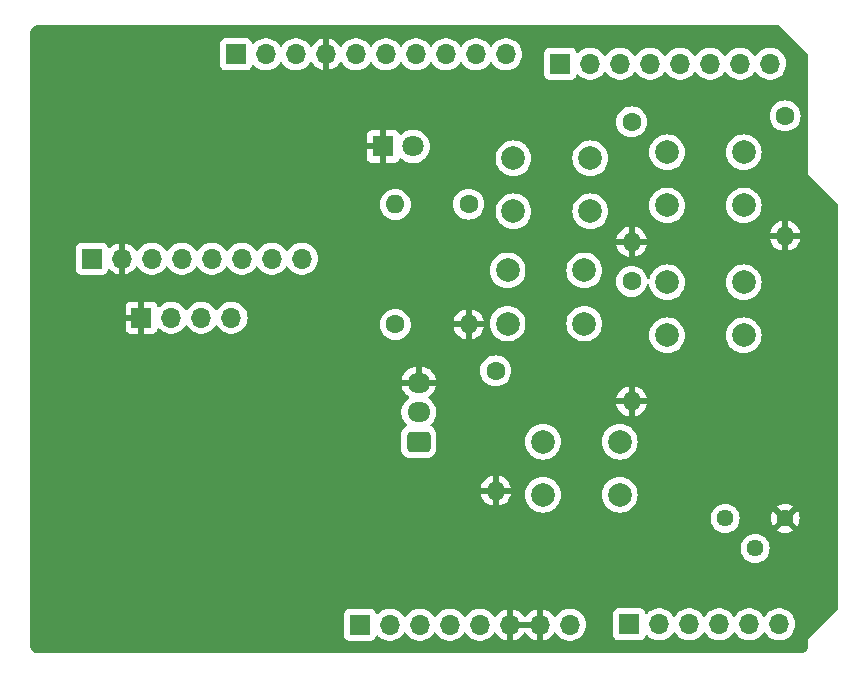
<source format=gbr>
%TF.GenerationSoftware,KiCad,Pcbnew,8.0.8*%
%TF.CreationDate,2025-02-03T16:01:42-07:00*%
%TF.ProjectId,MicroProcess_PhaseB_thermo_uno,4d696372-6f50-4726-9f63-6573735f5068,rev?*%
%TF.SameCoordinates,Original*%
%TF.FileFunction,Copper,L2,Bot*%
%TF.FilePolarity,Positive*%
%FSLAX46Y46*%
G04 Gerber Fmt 4.6, Leading zero omitted, Abs format (unit mm)*
G04 Created by KiCad (PCBNEW 8.0.8) date 2025-02-03 16:01:42*
%MOMM*%
%LPD*%
G01*
G04 APERTURE LIST*
G04 Aperture macros list*
%AMRoundRect*
0 Rectangle with rounded corners*
0 $1 Rounding radius*
0 $2 $3 $4 $5 $6 $7 $8 $9 X,Y pos of 4 corners*
0 Add a 4 corners polygon primitive as box body*
4,1,4,$2,$3,$4,$5,$6,$7,$8,$9,$2,$3,0*
0 Add four circle primitives for the rounded corners*
1,1,$1+$1,$2,$3*
1,1,$1+$1,$4,$5*
1,1,$1+$1,$6,$7*
1,1,$1+$1,$8,$9*
0 Add four rect primitives between the rounded corners*
20,1,$1+$1,$2,$3,$4,$5,0*
20,1,$1+$1,$4,$5,$6,$7,0*
20,1,$1+$1,$6,$7,$8,$9,0*
20,1,$1+$1,$8,$9,$2,$3,0*%
G04 Aperture macros list end*
%TA.AperFunction,ComponentPad*%
%ADD10R,1.700000X1.700000*%
%TD*%
%TA.AperFunction,ComponentPad*%
%ADD11O,1.700000X1.700000*%
%TD*%
%TA.AperFunction,ComponentPad*%
%ADD12R,1.800000X1.800000*%
%TD*%
%TA.AperFunction,ComponentPad*%
%ADD13C,1.800000*%
%TD*%
%TA.AperFunction,ComponentPad*%
%ADD14RoundRect,0.250000X0.725000X-0.600000X0.725000X0.600000X-0.725000X0.600000X-0.725000X-0.600000X0*%
%TD*%
%TA.AperFunction,ComponentPad*%
%ADD15O,1.950000X1.700000*%
%TD*%
%TA.AperFunction,ComponentPad*%
%ADD16C,2.000000*%
%TD*%
%TA.AperFunction,ComponentPad*%
%ADD17C,1.600000*%
%TD*%
%TA.AperFunction,ComponentPad*%
%ADD18O,1.600000X1.600000*%
%TD*%
%TA.AperFunction,ComponentPad*%
%ADD19C,1.440000*%
%TD*%
G04 APERTURE END LIST*
D10*
%TO.P,J1,1,Pin_1*%
%TO.N,unconnected-(J1-Pin_1-Pad1)*%
X128000000Y-97500000D03*
D11*
%TO.P,J1,2,Pin_2*%
%TO.N,/IOREF*%
X130540000Y-97500000D03*
%TO.P,J1,3,Pin_3*%
%TO.N,/~{RESET}*%
X133080000Y-97500000D03*
%TO.P,J1,4,Pin_4*%
%TO.N,+3V3*%
X135620000Y-97500000D03*
%TO.P,J1,5,Pin_5*%
%TO.N,+5V*%
X138160000Y-97500000D03*
%TO.P,J1,6,Pin_6*%
%TO.N,GND*%
X140700000Y-97500000D03*
%TO.P,J1,7,Pin_7*%
X143240000Y-97500000D03*
%TO.P,J1,8,Pin_8*%
%TO.N,VCC*%
X145780000Y-97500000D03*
%TD*%
D10*
%TO.P,J3,1,Pin_1*%
%TO.N,/A0*%
X150800000Y-97460000D03*
D11*
%TO.P,J3,2,Pin_2*%
%TO.N,/SCL*%
X153340000Y-97460000D03*
%TO.P,J3,3,Pin_3*%
%TO.N,/SDA*%
X155880000Y-97460000D03*
%TO.P,J3,4,Pin_4*%
%TO.N,/A3*%
X158420000Y-97460000D03*
%TO.P,J3,5,Pin_5*%
%TO.N,unconnected-(J3-Pin_5-Pad5)*%
X160960000Y-97460000D03*
%TO.P,J3,6,Pin_6*%
%TO.N,unconnected-(J3-Pin_6-Pad6)*%
X163500000Y-97460000D03*
%TD*%
D10*
%TO.P,J2,1,Pin_1*%
%TO.N,/I2C_SCL*%
X117500000Y-49200000D03*
D11*
%TO.P,J2,2,Pin_2*%
%TO.N,/I2C_SDA*%
X120040000Y-49200000D03*
%TO.P,J2,3,Pin_3*%
%TO.N,/AREF*%
X122580000Y-49200000D03*
%TO.P,J2,4,Pin_4*%
%TO.N,GND*%
X125120000Y-49200000D03*
%TO.P,J2,5,Pin_5*%
%TO.N,/13*%
X127660000Y-49200000D03*
%TO.P,J2,6,Pin_6*%
%TO.N,/12*%
X130200000Y-49200000D03*
%TO.P,J2,7,Pin_7*%
%TO.N,/\u002A11*%
X132740000Y-49200000D03*
%TO.P,J2,8,Pin_8*%
%TO.N,/\u002A10*%
X135280000Y-49200000D03*
%TO.P,J2,9,Pin_9*%
%TO.N,/\u002A9*%
X137820000Y-49200000D03*
%TO.P,J2,10,Pin_10*%
%TO.N,/8*%
X140360000Y-49200000D03*
%TD*%
D10*
%TO.P,J4,1,Pin_1*%
%TO.N,/7*%
X144960000Y-50000000D03*
D11*
%TO.P,J4,2,Pin_2*%
%TO.N,/\u002A6*%
X147500000Y-50000000D03*
%TO.P,J4,3,Pin_3*%
%TO.N,/\u002A5*%
X150040000Y-50000000D03*
%TO.P,J4,4,Pin_4*%
%TO.N,/4*%
X152580000Y-50000000D03*
%TO.P,J4,5,Pin_5*%
%TO.N,/\u002A3*%
X155120000Y-50000000D03*
%TO.P,J4,6,Pin_6*%
%TO.N,/2*%
X157660000Y-50000000D03*
%TO.P,J4,7,Pin_7*%
%TO.N,/TX{slash}1*%
X160200000Y-50000000D03*
%TO.P,J4,8,Pin_8*%
%TO.N,/RX{slash}0*%
X162740000Y-50000000D03*
%TD*%
D10*
%TO.P,J7,1,Pin_1*%
%TO.N,GND*%
X109500000Y-71500000D03*
D11*
%TO.P,J7,2,Pin_2*%
%TO.N,+5V*%
X112040000Y-71500000D03*
%TO.P,J7,3,Pin_3*%
%TO.N,/I2C_SCL*%
X114580000Y-71500000D03*
%TO.P,J7,4,Pin_4*%
%TO.N,/I2C_SDA*%
X117120000Y-71500000D03*
%TD*%
D12*
%TO.P,D1,1,K*%
%TO.N,GND*%
X129960000Y-57000000D03*
D13*
%TO.P,D1,2,A*%
%TO.N,Net-(D1-A)*%
X132500000Y-57000000D03*
%TD*%
D14*
%TO.P,J6,1,Pin_1*%
%TO.N,+5V*%
X132975000Y-82000000D03*
D15*
%TO.P,J6,2,Pin_2*%
%TO.N,/\u002A9*%
X132975000Y-79500000D03*
%TO.P,J6,3,Pin_3*%
%TO.N,GND*%
X132975000Y-77000000D03*
%TD*%
D16*
%TO.P,SW3,1,A*%
%TO.N,/\u002A5*%
X140500000Y-67500000D03*
X147000000Y-67500000D03*
%TO.P,SW3,2,B*%
%TO.N,+5V*%
X140500000Y-72000000D03*
X147000000Y-72000000D03*
%TD*%
D17*
%TO.P,R1,1*%
%TO.N,/2*%
X164000000Y-54420000D03*
D18*
%TO.P,R1,2*%
%TO.N,GND*%
X164000000Y-64580000D03*
%TD*%
D16*
%TO.P,SW5,1,A*%
%TO.N,/\u002A6*%
X143500000Y-82000000D03*
X150000000Y-82000000D03*
%TO.P,SW5,2,B*%
%TO.N,+5V*%
X143500000Y-86500000D03*
X150000000Y-86500000D03*
%TD*%
%TO.P,SW1,1,A*%
%TO.N,/2*%
X154000000Y-57500000D03*
X160500000Y-57500000D03*
%TO.P,SW1,2,B*%
%TO.N,+5V*%
X154000000Y-62000000D03*
X160500000Y-62000000D03*
%TD*%
%TO.P,SW2,1,A*%
%TO.N,/4*%
X141000000Y-58000000D03*
X147500000Y-58000000D03*
%TO.P,SW2,2,B*%
%TO.N,+5V*%
X141000000Y-62500000D03*
X147500000Y-62500000D03*
%TD*%
D17*
%TO.P,R3,1*%
%TO.N,/\u002A5*%
X137210000Y-61890000D03*
D18*
%TO.P,R3,2*%
%TO.N,GND*%
X137210000Y-72050000D03*
%TD*%
D17*
%TO.P,R4,1*%
%TO.N,/\u002A3*%
X151000000Y-68420000D03*
D18*
%TO.P,R4,2*%
%TO.N,GND*%
X151000000Y-78580000D03*
%TD*%
D10*
%TO.P,J5,1,Pin_1*%
%TO.N,+5V*%
X105300000Y-66500000D03*
D11*
%TO.P,J5,2,Pin_2*%
%TO.N,GND*%
X107840000Y-66500000D03*
%TO.P,J5,3,Pin_3*%
%TO.N,/I2C_SCL*%
X110380000Y-66500000D03*
%TO.P,J5,4,Pin_4*%
%TO.N,/I2C_SDA*%
X112920000Y-66500000D03*
%TO.P,J5,5,Pin_5*%
%TO.N,unconnected-(J5-Pin_5-Pad5)*%
X115460000Y-66500000D03*
%TO.P,J5,6,Pin_6*%
%TO.N,unconnected-(J5-Pin_6-Pad6)*%
X118000000Y-66500000D03*
%TO.P,J5,7,Pin_7*%
%TO.N,unconnected-(J5-Pin_7-Pad7)*%
X120540000Y-66500000D03*
%TO.P,J5,8,Pin_8*%
%TO.N,unconnected-(J5-Pin_8-Pad8)*%
X123080000Y-66500000D03*
%TD*%
D17*
%TO.P,R6,1*%
%TO.N,/8*%
X131000000Y-72080000D03*
D18*
%TO.P,R6,2*%
%TO.N,Net-(D1-A)*%
X131000000Y-61920000D03*
%TD*%
D19*
%TO.P,RV1,1,1*%
%TO.N,+5V*%
X158920000Y-88500000D03*
%TO.P,RV1,2,2*%
%TO.N,/A0*%
X161460000Y-91040000D03*
%TO.P,RV1,3,3*%
%TO.N,GND*%
X164000000Y-88500000D03*
%TD*%
D17*
%TO.P,R2,1*%
%TO.N,/4*%
X151000000Y-54920000D03*
D18*
%TO.P,R2,2*%
%TO.N,GND*%
X151000000Y-65080000D03*
%TD*%
D16*
%TO.P,SW4,1,A*%
%TO.N,/\u002A3*%
X154000000Y-68500000D03*
X160500000Y-68500000D03*
%TO.P,SW4,2,B*%
%TO.N,+5V*%
X154000000Y-73000000D03*
X160500000Y-73000000D03*
%TD*%
D17*
%TO.P,R5,1*%
%TO.N,/\u002A6*%
X139500000Y-76000000D03*
D18*
%TO.P,R5,2*%
%TO.N,GND*%
X139500000Y-86160000D03*
%TD*%
%TA.AperFunction,Conductor*%
%TO.N,GND*%
G36*
X142774075Y-97307007D02*
G01*
X142740000Y-97434174D01*
X142740000Y-97565826D01*
X142774075Y-97692993D01*
X142806988Y-97750000D01*
X141133012Y-97750000D01*
X141165925Y-97692993D01*
X141200000Y-97565826D01*
X141200000Y-97434174D01*
X141165925Y-97307007D01*
X141133012Y-97250000D01*
X142806988Y-97250000D01*
X142774075Y-97307007D01*
G37*
%TD.AperFunction*%
%TA.AperFunction,Conductor*%
G36*
X163484404Y-46755185D02*
G01*
X163505046Y-46771819D01*
X165928181Y-49194954D01*
X165961666Y-49256277D01*
X165964500Y-49282635D01*
X165964500Y-59344982D01*
X165964500Y-59375018D01*
X165975994Y-59402767D01*
X165975995Y-59402768D01*
X168468181Y-61894954D01*
X168501666Y-61956277D01*
X168504500Y-61982635D01*
X168504500Y-96107364D01*
X168484815Y-96174403D01*
X168468181Y-96195045D01*
X165997233Y-98665994D01*
X165975995Y-98687231D01*
X165964500Y-98714982D01*
X165964500Y-99231907D01*
X165963903Y-99244062D01*
X165952505Y-99359778D01*
X165947763Y-99383618D01*
X165917832Y-99482290D01*
X165915789Y-99489024D01*
X165906486Y-99511482D01*
X165854561Y-99608627D01*
X165841056Y-99628839D01*
X165771176Y-99713988D01*
X165753988Y-99731176D01*
X165668839Y-99801056D01*
X165648627Y-99814561D01*
X165551482Y-99866486D01*
X165529028Y-99875787D01*
X165487028Y-99888528D01*
X165423618Y-99907763D01*
X165399778Y-99912505D01*
X165291162Y-99923203D01*
X165284060Y-99923903D01*
X165271907Y-99924500D01*
X100768093Y-99924500D01*
X100755939Y-99923903D01*
X100747995Y-99923120D01*
X100640221Y-99912505D01*
X100616381Y-99907763D01*
X100599445Y-99902625D01*
X100510968Y-99875786D01*
X100488517Y-99866486D01*
X100391372Y-99814561D01*
X100371160Y-99801056D01*
X100286011Y-99731176D01*
X100268823Y-99713988D01*
X100198943Y-99628839D01*
X100185438Y-99608627D01*
X100133510Y-99511476D01*
X100124215Y-99489037D01*
X100092234Y-99383612D01*
X100087494Y-99359777D01*
X100076097Y-99244061D01*
X100075500Y-99231907D01*
X100075500Y-96601345D01*
X126641500Y-96601345D01*
X126641500Y-98398654D01*
X126648011Y-98459202D01*
X126648011Y-98459204D01*
X126684192Y-98556206D01*
X126699111Y-98596204D01*
X126786739Y-98713261D01*
X126903796Y-98800889D01*
X127040799Y-98851989D01*
X127068050Y-98854918D01*
X127101345Y-98858499D01*
X127101362Y-98858500D01*
X128898638Y-98858500D01*
X128898654Y-98858499D01*
X128925692Y-98855591D01*
X128959201Y-98851989D01*
X129096204Y-98800889D01*
X129213261Y-98713261D01*
X129300889Y-98596204D01*
X129346138Y-98474887D01*
X129388009Y-98418956D01*
X129453474Y-98394539D01*
X129521746Y-98409391D01*
X129553545Y-98434236D01*
X129616760Y-98502906D01*
X129794424Y-98641189D01*
X129794425Y-98641189D01*
X129794427Y-98641191D01*
X129853686Y-98673260D01*
X129992426Y-98748342D01*
X130177821Y-98811988D01*
X130196786Y-98818499D01*
X130205365Y-98821444D01*
X130427431Y-98858500D01*
X130652569Y-98858500D01*
X130874635Y-98821444D01*
X131087574Y-98748342D01*
X131285576Y-98641189D01*
X131463240Y-98502906D01*
X131584594Y-98371082D01*
X131615715Y-98337276D01*
X131615715Y-98337275D01*
X131615722Y-98337268D01*
X131706193Y-98198790D01*
X131759338Y-98153437D01*
X131828569Y-98144013D01*
X131891905Y-98173515D01*
X131913804Y-98198787D01*
X132004278Y-98337268D01*
X132004283Y-98337273D01*
X132004284Y-98337276D01*
X132130968Y-98474889D01*
X132156760Y-98502906D01*
X132334424Y-98641189D01*
X132334425Y-98641189D01*
X132334427Y-98641191D01*
X132393686Y-98673260D01*
X132532426Y-98748342D01*
X132717821Y-98811988D01*
X132736786Y-98818499D01*
X132745365Y-98821444D01*
X132967431Y-98858500D01*
X133192569Y-98858500D01*
X133414635Y-98821444D01*
X133627574Y-98748342D01*
X133825576Y-98641189D01*
X134003240Y-98502906D01*
X134124594Y-98371082D01*
X134155715Y-98337276D01*
X134155715Y-98337275D01*
X134155722Y-98337268D01*
X134246193Y-98198790D01*
X134299338Y-98153437D01*
X134368569Y-98144013D01*
X134431905Y-98173515D01*
X134453804Y-98198787D01*
X134544278Y-98337268D01*
X134544283Y-98337273D01*
X134544284Y-98337276D01*
X134670968Y-98474889D01*
X134696760Y-98502906D01*
X134874424Y-98641189D01*
X134874425Y-98641189D01*
X134874427Y-98641191D01*
X134933686Y-98673260D01*
X135072426Y-98748342D01*
X135257821Y-98811988D01*
X135276786Y-98818499D01*
X135285365Y-98821444D01*
X135507431Y-98858500D01*
X135732569Y-98858500D01*
X135954635Y-98821444D01*
X136167574Y-98748342D01*
X136365576Y-98641189D01*
X136543240Y-98502906D01*
X136664594Y-98371082D01*
X136695715Y-98337276D01*
X136695715Y-98337275D01*
X136695722Y-98337268D01*
X136786193Y-98198790D01*
X136839338Y-98153437D01*
X136908569Y-98144013D01*
X136971905Y-98173515D01*
X136993804Y-98198787D01*
X137084278Y-98337268D01*
X137084283Y-98337273D01*
X137084284Y-98337276D01*
X137210968Y-98474889D01*
X137236760Y-98502906D01*
X137414424Y-98641189D01*
X137414425Y-98641189D01*
X137414427Y-98641191D01*
X137473686Y-98673260D01*
X137612426Y-98748342D01*
X137797821Y-98811988D01*
X137816786Y-98818499D01*
X137825365Y-98821444D01*
X138047431Y-98858500D01*
X138272569Y-98858500D01*
X138494635Y-98821444D01*
X138707574Y-98748342D01*
X138905576Y-98641189D01*
X139083240Y-98502906D01*
X139204594Y-98371082D01*
X139235715Y-98337276D01*
X139235715Y-98337275D01*
X139235722Y-98337268D01*
X139329749Y-98193347D01*
X139382894Y-98147994D01*
X139452125Y-98138570D01*
X139515461Y-98168072D01*
X139535130Y-98190048D01*
X139661890Y-98371078D01*
X139828917Y-98538105D01*
X140022421Y-98673600D01*
X140236507Y-98773429D01*
X140236516Y-98773433D01*
X140450000Y-98830634D01*
X140450000Y-97933012D01*
X140507007Y-97965925D01*
X140634174Y-98000000D01*
X140765826Y-98000000D01*
X140892993Y-97965925D01*
X140950000Y-97933012D01*
X140950000Y-98830633D01*
X141163483Y-98773433D01*
X141163492Y-98773429D01*
X141377578Y-98673600D01*
X141571082Y-98538105D01*
X141738105Y-98371082D01*
X141868425Y-98184968D01*
X141923002Y-98141344D01*
X141992501Y-98134151D01*
X142054855Y-98165673D01*
X142071575Y-98184968D01*
X142201894Y-98371082D01*
X142368917Y-98538105D01*
X142562421Y-98673600D01*
X142776507Y-98773429D01*
X142776516Y-98773433D01*
X142990000Y-98830634D01*
X142990000Y-97933012D01*
X143047007Y-97965925D01*
X143174174Y-98000000D01*
X143305826Y-98000000D01*
X143432993Y-97965925D01*
X143490000Y-97933012D01*
X143490000Y-98830633D01*
X143703483Y-98773433D01*
X143703492Y-98773429D01*
X143917578Y-98673600D01*
X144111082Y-98538105D01*
X144278105Y-98371082D01*
X144404868Y-98190048D01*
X144459445Y-98146423D01*
X144528944Y-98139231D01*
X144591298Y-98170753D01*
X144610251Y-98193350D01*
X144704276Y-98337265D01*
X144704284Y-98337276D01*
X144830968Y-98474889D01*
X144856760Y-98502906D01*
X145034424Y-98641189D01*
X145034425Y-98641189D01*
X145034427Y-98641191D01*
X145093686Y-98673260D01*
X145232426Y-98748342D01*
X145417821Y-98811988D01*
X145436786Y-98818499D01*
X145445365Y-98821444D01*
X145667431Y-98858500D01*
X145892569Y-98858500D01*
X146114635Y-98821444D01*
X146327574Y-98748342D01*
X146525576Y-98641189D01*
X146703240Y-98502906D01*
X146824594Y-98371082D01*
X146855715Y-98337276D01*
X146855717Y-98337273D01*
X146855722Y-98337268D01*
X146978860Y-98148791D01*
X147069296Y-97942616D01*
X147124564Y-97724368D01*
X147127164Y-97692993D01*
X147143156Y-97500005D01*
X147143156Y-97499994D01*
X147124565Y-97275640D01*
X147124563Y-97275628D01*
X147069296Y-97057385D01*
X147059071Y-97034075D01*
X146978860Y-96851209D01*
X146962706Y-96826484D01*
X146855723Y-96662734D01*
X146855715Y-96662723D01*
X146762388Y-96561345D01*
X149441500Y-96561345D01*
X149441500Y-98358654D01*
X149448011Y-98419202D01*
X149448011Y-98419204D01*
X149479232Y-98502907D01*
X149499111Y-98556204D01*
X149586739Y-98673261D01*
X149703796Y-98760889D01*
X149840799Y-98811989D01*
X149868050Y-98814918D01*
X149901345Y-98818499D01*
X149901362Y-98818500D01*
X151698638Y-98818500D01*
X151698654Y-98818499D01*
X151725692Y-98815591D01*
X151759201Y-98811989D01*
X151896204Y-98760889D01*
X152013261Y-98673261D01*
X152100889Y-98556204D01*
X152146138Y-98434887D01*
X152188009Y-98378956D01*
X152253474Y-98354539D01*
X152321746Y-98369391D01*
X152353545Y-98394236D01*
X152416760Y-98462906D01*
X152594424Y-98601189D01*
X152594425Y-98601189D01*
X152594427Y-98601191D01*
X152721135Y-98669761D01*
X152792426Y-98708342D01*
X153005365Y-98781444D01*
X153227431Y-98818500D01*
X153452569Y-98818500D01*
X153674635Y-98781444D01*
X153887574Y-98708342D01*
X154085576Y-98601189D01*
X154263240Y-98462906D01*
X154378892Y-98337276D01*
X154415715Y-98297276D01*
X154415715Y-98297275D01*
X154415722Y-98297268D01*
X154506193Y-98158790D01*
X154559338Y-98113437D01*
X154628569Y-98104013D01*
X154691905Y-98133515D01*
X154713804Y-98158787D01*
X154804278Y-98297268D01*
X154804283Y-98297273D01*
X154804284Y-98297276D01*
X154956756Y-98462902D01*
X154956761Y-98462907D01*
X155008146Y-98502902D01*
X155134424Y-98601189D01*
X155134425Y-98601189D01*
X155134427Y-98601191D01*
X155261135Y-98669761D01*
X155332426Y-98708342D01*
X155545365Y-98781444D01*
X155767431Y-98818500D01*
X155992569Y-98818500D01*
X156214635Y-98781444D01*
X156427574Y-98708342D01*
X156625576Y-98601189D01*
X156803240Y-98462906D01*
X156918892Y-98337276D01*
X156955715Y-98297276D01*
X156955715Y-98297275D01*
X156955722Y-98297268D01*
X157046193Y-98158790D01*
X157099338Y-98113437D01*
X157168569Y-98104013D01*
X157231905Y-98133515D01*
X157253804Y-98158787D01*
X157344278Y-98297268D01*
X157344283Y-98297273D01*
X157344284Y-98297276D01*
X157496756Y-98462902D01*
X157496761Y-98462907D01*
X157548146Y-98502902D01*
X157674424Y-98601189D01*
X157674425Y-98601189D01*
X157674427Y-98601191D01*
X157801135Y-98669761D01*
X157872426Y-98708342D01*
X158085365Y-98781444D01*
X158307431Y-98818500D01*
X158532569Y-98818500D01*
X158754635Y-98781444D01*
X158967574Y-98708342D01*
X159165576Y-98601189D01*
X159343240Y-98462906D01*
X159458892Y-98337276D01*
X159495715Y-98297276D01*
X159495715Y-98297275D01*
X159495722Y-98297268D01*
X159586193Y-98158790D01*
X159639338Y-98113437D01*
X159708569Y-98104013D01*
X159771905Y-98133515D01*
X159793804Y-98158787D01*
X159884278Y-98297268D01*
X159884283Y-98297273D01*
X159884284Y-98297276D01*
X160036756Y-98462902D01*
X160036761Y-98462907D01*
X160088146Y-98502902D01*
X160214424Y-98601189D01*
X160214425Y-98601189D01*
X160214427Y-98601191D01*
X160341135Y-98669761D01*
X160412426Y-98708342D01*
X160625365Y-98781444D01*
X160847431Y-98818500D01*
X161072569Y-98818500D01*
X161294635Y-98781444D01*
X161507574Y-98708342D01*
X161705576Y-98601189D01*
X161883240Y-98462906D01*
X161998892Y-98337276D01*
X162035715Y-98297276D01*
X162035715Y-98297275D01*
X162035722Y-98297268D01*
X162126193Y-98158790D01*
X162179338Y-98113437D01*
X162248569Y-98104013D01*
X162311905Y-98133515D01*
X162333804Y-98158787D01*
X162424278Y-98297268D01*
X162424283Y-98297273D01*
X162424284Y-98297276D01*
X162576756Y-98462902D01*
X162576761Y-98462907D01*
X162628146Y-98502902D01*
X162754424Y-98601189D01*
X162754425Y-98601189D01*
X162754427Y-98601191D01*
X162881135Y-98669761D01*
X162952426Y-98708342D01*
X163165365Y-98781444D01*
X163387431Y-98818500D01*
X163612569Y-98818500D01*
X163834635Y-98781444D01*
X164047574Y-98708342D01*
X164245576Y-98601189D01*
X164423240Y-98462906D01*
X164538892Y-98337276D01*
X164575715Y-98297276D01*
X164575717Y-98297273D01*
X164575722Y-98297268D01*
X164698860Y-98108791D01*
X164789296Y-97902616D01*
X164844564Y-97684368D01*
X164859841Y-97500005D01*
X164863156Y-97460005D01*
X164863156Y-97459994D01*
X164844565Y-97235640D01*
X164844563Y-97235628D01*
X164810192Y-97099901D01*
X164789296Y-97017384D01*
X164698860Y-96811209D01*
X164695881Y-96806650D01*
X164637291Y-96716970D01*
X164575722Y-96622732D01*
X164575719Y-96622729D01*
X164575715Y-96622723D01*
X164423243Y-96457097D01*
X164423238Y-96457092D01*
X164245577Y-96318812D01*
X164245572Y-96318808D01*
X164047580Y-96211661D01*
X164047577Y-96211659D01*
X164047574Y-96211658D01*
X164047571Y-96211657D01*
X164047569Y-96211656D01*
X163834637Y-96138556D01*
X163612569Y-96101500D01*
X163387431Y-96101500D01*
X163165362Y-96138556D01*
X162952430Y-96211656D01*
X162952419Y-96211661D01*
X162754427Y-96318808D01*
X162754422Y-96318812D01*
X162576761Y-96457092D01*
X162576756Y-96457097D01*
X162424284Y-96622723D01*
X162424276Y-96622734D01*
X162333808Y-96761206D01*
X162280662Y-96806562D01*
X162211431Y-96815986D01*
X162148095Y-96786484D01*
X162126192Y-96761206D01*
X162061849Y-96662723D01*
X162035722Y-96622732D01*
X162035719Y-96622729D01*
X162035715Y-96622723D01*
X161883243Y-96457097D01*
X161883238Y-96457092D01*
X161705577Y-96318812D01*
X161705572Y-96318808D01*
X161507580Y-96211661D01*
X161507577Y-96211659D01*
X161507574Y-96211658D01*
X161507571Y-96211657D01*
X161507569Y-96211656D01*
X161294637Y-96138556D01*
X161072569Y-96101500D01*
X160847431Y-96101500D01*
X160625362Y-96138556D01*
X160412430Y-96211656D01*
X160412419Y-96211661D01*
X160214427Y-96318808D01*
X160214422Y-96318812D01*
X160036761Y-96457092D01*
X160036756Y-96457097D01*
X159884284Y-96622723D01*
X159884276Y-96622734D01*
X159793808Y-96761206D01*
X159740662Y-96806562D01*
X159671431Y-96815986D01*
X159608095Y-96786484D01*
X159586192Y-96761206D01*
X159521849Y-96662723D01*
X159495722Y-96622732D01*
X159495719Y-96622729D01*
X159495715Y-96622723D01*
X159343243Y-96457097D01*
X159343238Y-96457092D01*
X159165577Y-96318812D01*
X159165572Y-96318808D01*
X158967580Y-96211661D01*
X158967577Y-96211659D01*
X158967574Y-96211658D01*
X158967571Y-96211657D01*
X158967569Y-96211656D01*
X158754637Y-96138556D01*
X158532569Y-96101500D01*
X158307431Y-96101500D01*
X158085362Y-96138556D01*
X157872430Y-96211656D01*
X157872419Y-96211661D01*
X157674427Y-96318808D01*
X157674422Y-96318812D01*
X157496761Y-96457092D01*
X157496756Y-96457097D01*
X157344284Y-96622723D01*
X157344276Y-96622734D01*
X157253808Y-96761206D01*
X157200662Y-96806562D01*
X157131431Y-96815986D01*
X157068095Y-96786484D01*
X157046192Y-96761206D01*
X156981849Y-96662723D01*
X156955722Y-96622732D01*
X156955719Y-96622729D01*
X156955715Y-96622723D01*
X156803243Y-96457097D01*
X156803238Y-96457092D01*
X156625577Y-96318812D01*
X156625572Y-96318808D01*
X156427580Y-96211661D01*
X156427577Y-96211659D01*
X156427574Y-96211658D01*
X156427571Y-96211657D01*
X156427569Y-96211656D01*
X156214637Y-96138556D01*
X155992569Y-96101500D01*
X155767431Y-96101500D01*
X155545362Y-96138556D01*
X155332430Y-96211656D01*
X155332419Y-96211661D01*
X155134427Y-96318808D01*
X155134422Y-96318812D01*
X154956761Y-96457092D01*
X154956756Y-96457097D01*
X154804284Y-96622723D01*
X154804276Y-96622734D01*
X154713808Y-96761206D01*
X154660662Y-96806562D01*
X154591431Y-96815986D01*
X154528095Y-96786484D01*
X154506192Y-96761206D01*
X154441849Y-96662723D01*
X154415722Y-96622732D01*
X154415719Y-96622729D01*
X154415715Y-96622723D01*
X154263243Y-96457097D01*
X154263238Y-96457092D01*
X154085577Y-96318812D01*
X154085572Y-96318808D01*
X153887580Y-96211661D01*
X153887577Y-96211659D01*
X153887574Y-96211658D01*
X153887571Y-96211657D01*
X153887569Y-96211656D01*
X153674637Y-96138556D01*
X153452569Y-96101500D01*
X153227431Y-96101500D01*
X153005362Y-96138556D01*
X152792430Y-96211656D01*
X152792419Y-96211661D01*
X152594427Y-96318808D01*
X152594422Y-96318812D01*
X152416761Y-96457092D01*
X152353548Y-96525760D01*
X152293661Y-96561750D01*
X152223823Y-96559649D01*
X152166207Y-96520124D01*
X152146138Y-96485110D01*
X152100889Y-96363796D01*
X152097155Y-96358808D01*
X152013261Y-96246739D01*
X151896204Y-96159111D01*
X151848988Y-96141500D01*
X151759203Y-96108011D01*
X151698654Y-96101500D01*
X151698638Y-96101500D01*
X149901362Y-96101500D01*
X149901345Y-96101500D01*
X149840797Y-96108011D01*
X149840795Y-96108011D01*
X149703795Y-96159111D01*
X149586739Y-96246739D01*
X149499111Y-96363795D01*
X149448011Y-96500795D01*
X149448011Y-96500797D01*
X149441500Y-96561345D01*
X146762388Y-96561345D01*
X146703243Y-96497097D01*
X146703238Y-96497092D01*
X146583371Y-96403795D01*
X146525576Y-96358811D01*
X146525575Y-96358810D01*
X146525572Y-96358808D01*
X146327580Y-96251661D01*
X146327577Y-96251659D01*
X146327574Y-96251658D01*
X146327571Y-96251657D01*
X146327569Y-96251656D01*
X146114637Y-96178556D01*
X145892569Y-96141500D01*
X145667431Y-96141500D01*
X145445362Y-96178556D01*
X145232430Y-96251656D01*
X145232419Y-96251661D01*
X145034427Y-96358808D01*
X145034422Y-96358812D01*
X144856761Y-96497092D01*
X144856756Y-96497097D01*
X144704284Y-96662723D01*
X144704276Y-96662734D01*
X144610251Y-96806650D01*
X144557105Y-96852007D01*
X144487873Y-96861430D01*
X144424538Y-96831928D01*
X144404868Y-96809951D01*
X144278113Y-96628926D01*
X144278108Y-96628920D01*
X144111082Y-96461894D01*
X143917578Y-96326399D01*
X143703492Y-96226570D01*
X143703486Y-96226567D01*
X143490000Y-96169364D01*
X143490000Y-97066988D01*
X143432993Y-97034075D01*
X143305826Y-97000000D01*
X143174174Y-97000000D01*
X143047007Y-97034075D01*
X142990000Y-97066988D01*
X142990000Y-96169364D01*
X142989999Y-96169364D01*
X142776513Y-96226567D01*
X142776507Y-96226570D01*
X142562422Y-96326399D01*
X142562420Y-96326400D01*
X142368926Y-96461886D01*
X142368920Y-96461891D01*
X142201891Y-96628920D01*
X142201890Y-96628922D01*
X142071575Y-96815031D01*
X142016998Y-96858655D01*
X141947499Y-96865848D01*
X141885145Y-96834326D01*
X141868425Y-96815031D01*
X141738109Y-96628922D01*
X141738108Y-96628920D01*
X141571082Y-96461894D01*
X141377578Y-96326399D01*
X141163492Y-96226570D01*
X141163486Y-96226567D01*
X140950000Y-96169364D01*
X140950000Y-97066988D01*
X140892993Y-97034075D01*
X140765826Y-97000000D01*
X140634174Y-97000000D01*
X140507007Y-97034075D01*
X140450000Y-97066988D01*
X140450000Y-96169364D01*
X140449999Y-96169364D01*
X140236513Y-96226567D01*
X140236507Y-96226570D01*
X140022422Y-96326399D01*
X140022420Y-96326400D01*
X139828926Y-96461886D01*
X139828920Y-96461891D01*
X139661891Y-96628920D01*
X139661890Y-96628922D01*
X139535131Y-96809952D01*
X139480554Y-96853577D01*
X139411055Y-96860769D01*
X139348701Y-96829247D01*
X139329752Y-96806656D01*
X139235722Y-96662732D01*
X139235715Y-96662725D01*
X139235715Y-96662723D01*
X139083243Y-96497097D01*
X139083238Y-96497092D01*
X138963371Y-96403795D01*
X138905576Y-96358811D01*
X138905575Y-96358810D01*
X138905572Y-96358808D01*
X138707580Y-96251661D01*
X138707577Y-96251659D01*
X138707574Y-96251658D01*
X138707571Y-96251657D01*
X138707569Y-96251656D01*
X138494637Y-96178556D01*
X138272569Y-96141500D01*
X138047431Y-96141500D01*
X137825362Y-96178556D01*
X137612430Y-96251656D01*
X137612419Y-96251661D01*
X137414427Y-96358808D01*
X137414422Y-96358812D01*
X137236761Y-96497092D01*
X137236756Y-96497097D01*
X137084284Y-96662723D01*
X137084276Y-96662734D01*
X136993808Y-96801206D01*
X136940662Y-96846562D01*
X136871431Y-96855986D01*
X136808095Y-96826484D01*
X136786192Y-96801206D01*
X136695723Y-96662734D01*
X136695715Y-96662723D01*
X136543243Y-96497097D01*
X136543238Y-96497092D01*
X136423371Y-96403795D01*
X136365576Y-96358811D01*
X136365575Y-96358810D01*
X136365572Y-96358808D01*
X136167580Y-96251661D01*
X136167577Y-96251659D01*
X136167574Y-96251658D01*
X136167571Y-96251657D01*
X136167569Y-96251656D01*
X135954637Y-96178556D01*
X135732569Y-96141500D01*
X135507431Y-96141500D01*
X135285362Y-96178556D01*
X135072430Y-96251656D01*
X135072419Y-96251661D01*
X134874427Y-96358808D01*
X134874422Y-96358812D01*
X134696761Y-96497092D01*
X134696756Y-96497097D01*
X134544284Y-96662723D01*
X134544276Y-96662734D01*
X134453808Y-96801206D01*
X134400662Y-96846562D01*
X134331431Y-96855986D01*
X134268095Y-96826484D01*
X134246192Y-96801206D01*
X134155723Y-96662734D01*
X134155715Y-96662723D01*
X134003243Y-96497097D01*
X134003238Y-96497092D01*
X133883371Y-96403795D01*
X133825576Y-96358811D01*
X133825575Y-96358810D01*
X133825572Y-96358808D01*
X133627580Y-96251661D01*
X133627577Y-96251659D01*
X133627574Y-96251658D01*
X133627571Y-96251657D01*
X133627569Y-96251656D01*
X133414637Y-96178556D01*
X133192569Y-96141500D01*
X132967431Y-96141500D01*
X132745362Y-96178556D01*
X132532430Y-96251656D01*
X132532419Y-96251661D01*
X132334427Y-96358808D01*
X132334422Y-96358812D01*
X132156761Y-96497092D01*
X132156756Y-96497097D01*
X132004284Y-96662723D01*
X132004276Y-96662734D01*
X131913808Y-96801206D01*
X131860662Y-96846562D01*
X131791431Y-96855986D01*
X131728095Y-96826484D01*
X131706192Y-96801206D01*
X131615723Y-96662734D01*
X131615715Y-96662723D01*
X131463243Y-96497097D01*
X131463238Y-96497092D01*
X131343371Y-96403795D01*
X131285576Y-96358811D01*
X131285575Y-96358810D01*
X131285572Y-96358808D01*
X131087580Y-96251661D01*
X131087577Y-96251659D01*
X131087574Y-96251658D01*
X131087571Y-96251657D01*
X131087569Y-96251656D01*
X130874637Y-96178556D01*
X130652569Y-96141500D01*
X130427431Y-96141500D01*
X130205362Y-96178556D01*
X129992430Y-96251656D01*
X129992419Y-96251661D01*
X129794427Y-96358808D01*
X129794422Y-96358812D01*
X129616761Y-96497092D01*
X129553548Y-96565760D01*
X129493661Y-96601750D01*
X129423823Y-96599649D01*
X129366207Y-96560124D01*
X129346138Y-96525110D01*
X129300889Y-96403796D01*
X129270945Y-96363796D01*
X129213261Y-96286739D01*
X129096204Y-96199111D01*
X129085303Y-96195045D01*
X128959203Y-96148011D01*
X128898654Y-96141500D01*
X128898638Y-96141500D01*
X127101362Y-96141500D01*
X127101345Y-96141500D01*
X127040797Y-96148011D01*
X127040795Y-96148011D01*
X126903795Y-96199111D01*
X126786739Y-96286739D01*
X126699111Y-96403795D01*
X126648011Y-96540795D01*
X126648011Y-96540797D01*
X126641500Y-96601345D01*
X100075500Y-96601345D01*
X100075500Y-91039998D01*
X160226807Y-91039998D01*
X160226807Y-91040001D01*
X160245541Y-91254136D01*
X160245542Y-91254144D01*
X160301176Y-91461772D01*
X160301177Y-91461774D01*
X160301178Y-91461777D01*
X160392024Y-91656597D01*
X160392026Y-91656601D01*
X160515319Y-91832682D01*
X160667317Y-91984680D01*
X160843398Y-92107973D01*
X160843400Y-92107974D01*
X160843403Y-92107976D01*
X161038223Y-92198822D01*
X161245858Y-92254458D01*
X161398816Y-92267840D01*
X161459998Y-92273193D01*
X161460000Y-92273193D01*
X161460002Y-92273193D01*
X161513535Y-92268509D01*
X161674142Y-92254458D01*
X161881777Y-92198822D01*
X162076597Y-92107976D01*
X162252681Y-91984681D01*
X162404681Y-91832681D01*
X162527976Y-91656597D01*
X162618822Y-91461777D01*
X162674458Y-91254142D01*
X162693193Y-91040000D01*
X162674458Y-90825858D01*
X162618822Y-90618223D01*
X162527976Y-90423404D01*
X162404681Y-90247319D01*
X162404679Y-90247316D01*
X162252682Y-90095319D01*
X162076601Y-89972026D01*
X162076597Y-89972024D01*
X162076595Y-89972023D01*
X161881777Y-89881178D01*
X161881774Y-89881177D01*
X161881772Y-89881176D01*
X161674144Y-89825542D01*
X161674136Y-89825541D01*
X161460002Y-89806807D01*
X161459998Y-89806807D01*
X161245863Y-89825541D01*
X161245855Y-89825542D01*
X161038227Y-89881176D01*
X161038221Y-89881179D01*
X160843405Y-89972023D01*
X160843403Y-89972024D01*
X160667316Y-90095320D01*
X160515320Y-90247316D01*
X160392024Y-90423403D01*
X160392023Y-90423405D01*
X160301179Y-90618221D01*
X160301176Y-90618227D01*
X160245542Y-90825855D01*
X160245541Y-90825863D01*
X160226807Y-91039998D01*
X100075500Y-91039998D01*
X100075500Y-88499998D01*
X157686807Y-88499998D01*
X157686807Y-88500001D01*
X157705541Y-88714136D01*
X157705542Y-88714144D01*
X157761176Y-88921772D01*
X157761177Y-88921774D01*
X157761178Y-88921777D01*
X157850032Y-89112325D01*
X157852024Y-89116597D01*
X157852026Y-89116601D01*
X157975319Y-89292682D01*
X158127317Y-89444680D01*
X158303398Y-89567973D01*
X158303400Y-89567974D01*
X158303403Y-89567976D01*
X158498223Y-89658822D01*
X158705858Y-89714458D01*
X158858816Y-89727840D01*
X158919998Y-89733193D01*
X158920000Y-89733193D01*
X158920002Y-89733193D01*
X158973535Y-89728509D01*
X159134142Y-89714458D01*
X159341777Y-89658822D01*
X159536597Y-89567976D01*
X159712681Y-89444681D01*
X159864681Y-89292681D01*
X159987976Y-89116597D01*
X160078822Y-88921777D01*
X160134458Y-88714142D01*
X160153193Y-88500000D01*
X160153193Y-88499997D01*
X162775340Y-88499997D01*
X162775340Y-88500002D01*
X162793944Y-88712654D01*
X162793945Y-88712662D01*
X162849194Y-88918853D01*
X162849197Y-88918859D01*
X162939413Y-89112329D01*
X162978415Y-89168030D01*
X163600000Y-88546445D01*
X163600000Y-88552661D01*
X163627259Y-88654394D01*
X163679920Y-88745606D01*
X163754394Y-88820080D01*
X163845606Y-88872741D01*
X163947339Y-88900000D01*
X163953554Y-88900000D01*
X163331968Y-89521584D01*
X163387663Y-89560582D01*
X163387669Y-89560586D01*
X163581140Y-89650802D01*
X163581146Y-89650805D01*
X163787337Y-89706054D01*
X163787345Y-89706055D01*
X163999998Y-89724660D01*
X164000002Y-89724660D01*
X164212654Y-89706055D01*
X164212662Y-89706054D01*
X164418853Y-89650805D01*
X164418864Y-89650801D01*
X164612325Y-89560589D01*
X164668030Y-89521583D01*
X164046447Y-88900000D01*
X164052661Y-88900000D01*
X164154394Y-88872741D01*
X164245606Y-88820080D01*
X164320080Y-88745606D01*
X164372741Y-88654394D01*
X164400000Y-88552661D01*
X164400000Y-88546446D01*
X165021583Y-89168029D01*
X165060589Y-89112325D01*
X165150801Y-88918864D01*
X165150805Y-88918853D01*
X165206054Y-88712662D01*
X165206055Y-88712654D01*
X165224660Y-88500002D01*
X165224660Y-88499997D01*
X165206055Y-88287345D01*
X165206054Y-88287337D01*
X165150805Y-88081146D01*
X165150802Y-88081140D01*
X165060586Y-87887669D01*
X165060582Y-87887663D01*
X165021584Y-87831968D01*
X164400000Y-88453552D01*
X164400000Y-88447339D01*
X164372741Y-88345606D01*
X164320080Y-88254394D01*
X164245606Y-88179920D01*
X164154394Y-88127259D01*
X164052661Y-88100000D01*
X164046447Y-88100000D01*
X164668030Y-87478415D01*
X164612329Y-87439413D01*
X164418859Y-87349197D01*
X164418853Y-87349194D01*
X164212662Y-87293945D01*
X164212654Y-87293944D01*
X164000002Y-87275340D01*
X163999998Y-87275340D01*
X163787345Y-87293944D01*
X163787337Y-87293945D01*
X163581146Y-87349194D01*
X163581140Y-87349197D01*
X163387671Y-87439412D01*
X163387669Y-87439413D01*
X163331969Y-87478415D01*
X163331968Y-87478415D01*
X163953554Y-88100000D01*
X163947339Y-88100000D01*
X163845606Y-88127259D01*
X163754394Y-88179920D01*
X163679920Y-88254394D01*
X163627259Y-88345606D01*
X163600000Y-88447339D01*
X163600000Y-88453553D01*
X162978415Y-87831968D01*
X162978415Y-87831969D01*
X162939413Y-87887669D01*
X162939412Y-87887671D01*
X162849197Y-88081140D01*
X162849194Y-88081146D01*
X162793945Y-88287337D01*
X162793944Y-88287345D01*
X162775340Y-88499997D01*
X160153193Y-88499997D01*
X160134458Y-88285858D01*
X160078822Y-88078223D01*
X159987976Y-87883404D01*
X159864681Y-87707319D01*
X159864679Y-87707316D01*
X159712682Y-87555319D01*
X159536601Y-87432026D01*
X159536597Y-87432024D01*
X159536595Y-87432023D01*
X159341777Y-87341178D01*
X159341774Y-87341177D01*
X159341772Y-87341176D01*
X159134144Y-87285542D01*
X159134136Y-87285541D01*
X158920002Y-87266807D01*
X158919998Y-87266807D01*
X158705863Y-87285541D01*
X158705855Y-87285542D01*
X158498227Y-87341176D01*
X158498221Y-87341179D01*
X158303405Y-87432023D01*
X158303403Y-87432024D01*
X158127316Y-87555320D01*
X157975320Y-87707316D01*
X157852024Y-87883403D01*
X157852023Y-87883405D01*
X157761179Y-88078221D01*
X157761176Y-88078227D01*
X157705542Y-88285855D01*
X157705541Y-88285863D01*
X157686807Y-88499998D01*
X100075500Y-88499998D01*
X100075500Y-85909999D01*
X138221127Y-85909999D01*
X138221128Y-85910000D01*
X139184314Y-85910000D01*
X139179920Y-85914394D01*
X139127259Y-86005606D01*
X139100000Y-86107339D01*
X139100000Y-86212661D01*
X139127259Y-86314394D01*
X139179920Y-86405606D01*
X139184314Y-86410000D01*
X138221128Y-86410000D01*
X138273730Y-86606317D01*
X138273734Y-86606326D01*
X138369865Y-86812482D01*
X138500342Y-86998820D01*
X138661179Y-87159657D01*
X138847517Y-87290134D01*
X139053673Y-87386265D01*
X139053682Y-87386269D01*
X139249999Y-87438872D01*
X139250000Y-87438871D01*
X139250000Y-86475686D01*
X139254394Y-86480080D01*
X139345606Y-86532741D01*
X139447339Y-86560000D01*
X139552661Y-86560000D01*
X139654394Y-86532741D01*
X139745606Y-86480080D01*
X139750000Y-86475686D01*
X139750000Y-87438872D01*
X139946317Y-87386269D01*
X139946326Y-87386265D01*
X140152482Y-87290134D01*
X140338820Y-87159657D01*
X140499657Y-86998820D01*
X140630134Y-86812482D01*
X140726265Y-86606326D01*
X140726269Y-86606317D01*
X140754757Y-86500000D01*
X141986835Y-86500000D01*
X142005465Y-86736714D01*
X142060895Y-86967595D01*
X142060895Y-86967597D01*
X142151757Y-87186959D01*
X142151759Y-87186962D01*
X142275820Y-87389410D01*
X142275821Y-87389413D01*
X142328076Y-87450596D01*
X142430031Y-87569969D01*
X142569797Y-87689340D01*
X142610586Y-87724178D01*
X142610589Y-87724179D01*
X142813037Y-87848240D01*
X142813040Y-87848242D01*
X143032403Y-87939104D01*
X143032404Y-87939104D01*
X143032406Y-87939105D01*
X143263289Y-87994535D01*
X143500000Y-88013165D01*
X143736711Y-87994535D01*
X143967594Y-87939105D01*
X143967596Y-87939104D01*
X143967597Y-87939104D01*
X144186959Y-87848242D01*
X144186960Y-87848241D01*
X144186963Y-87848240D01*
X144389416Y-87724176D01*
X144569969Y-87569969D01*
X144724176Y-87389416D01*
X144848240Y-87186963D01*
X144859551Y-87159657D01*
X144939104Y-86967597D01*
X144939104Y-86967596D01*
X144939105Y-86967594D01*
X144994535Y-86736711D01*
X145013165Y-86500000D01*
X148486835Y-86500000D01*
X148505465Y-86736714D01*
X148560895Y-86967595D01*
X148560895Y-86967597D01*
X148651757Y-87186959D01*
X148651759Y-87186962D01*
X148775820Y-87389410D01*
X148775821Y-87389413D01*
X148828076Y-87450596D01*
X148930031Y-87569969D01*
X149069797Y-87689340D01*
X149110586Y-87724178D01*
X149110589Y-87724179D01*
X149313037Y-87848240D01*
X149313040Y-87848242D01*
X149532403Y-87939104D01*
X149532404Y-87939104D01*
X149532406Y-87939105D01*
X149763289Y-87994535D01*
X150000000Y-88013165D01*
X150236711Y-87994535D01*
X150467594Y-87939105D01*
X150467596Y-87939104D01*
X150467597Y-87939104D01*
X150686959Y-87848242D01*
X150686960Y-87848241D01*
X150686963Y-87848240D01*
X150889416Y-87724176D01*
X151069969Y-87569969D01*
X151224176Y-87389416D01*
X151348240Y-87186963D01*
X151359551Y-87159657D01*
X151439104Y-86967597D01*
X151439104Y-86967596D01*
X151439105Y-86967594D01*
X151494535Y-86736711D01*
X151513165Y-86500000D01*
X151494535Y-86263289D01*
X151439105Y-86032406D01*
X151439104Y-86032403D01*
X151439104Y-86032402D01*
X151348242Y-85813040D01*
X151348240Y-85813037D01*
X151224179Y-85610589D01*
X151224178Y-85610586D01*
X151136148Y-85507517D01*
X151069969Y-85430031D01*
X150942520Y-85321179D01*
X150889413Y-85275821D01*
X150889410Y-85275820D01*
X150686962Y-85151759D01*
X150686959Y-85151757D01*
X150467596Y-85060895D01*
X150236714Y-85005465D01*
X150000000Y-84986835D01*
X149763285Y-85005465D01*
X149532404Y-85060895D01*
X149532402Y-85060895D01*
X149313040Y-85151757D01*
X149313037Y-85151759D01*
X149110589Y-85275820D01*
X149110586Y-85275821D01*
X148930031Y-85430031D01*
X148775821Y-85610586D01*
X148775820Y-85610589D01*
X148651759Y-85813037D01*
X148651757Y-85813040D01*
X148560895Y-86032402D01*
X148560895Y-86032404D01*
X148505465Y-86263285D01*
X148486835Y-86500000D01*
X145013165Y-86500000D01*
X144994535Y-86263289D01*
X144939105Y-86032406D01*
X144939104Y-86032403D01*
X144939104Y-86032402D01*
X144848242Y-85813040D01*
X144848240Y-85813037D01*
X144724179Y-85610589D01*
X144724178Y-85610586D01*
X144636148Y-85507517D01*
X144569969Y-85430031D01*
X144442520Y-85321179D01*
X144389413Y-85275821D01*
X144389410Y-85275820D01*
X144186962Y-85151759D01*
X144186959Y-85151757D01*
X143967596Y-85060895D01*
X143736714Y-85005465D01*
X143500000Y-84986835D01*
X143263285Y-85005465D01*
X143032404Y-85060895D01*
X143032402Y-85060895D01*
X142813040Y-85151757D01*
X142813037Y-85151759D01*
X142610589Y-85275820D01*
X142610586Y-85275821D01*
X142430031Y-85430031D01*
X142275821Y-85610586D01*
X142275820Y-85610589D01*
X142151759Y-85813037D01*
X142151757Y-85813040D01*
X142060895Y-86032402D01*
X142060895Y-86032404D01*
X142005465Y-86263285D01*
X141986835Y-86500000D01*
X140754757Y-86500000D01*
X140778872Y-86410000D01*
X139815686Y-86410000D01*
X139820080Y-86405606D01*
X139872741Y-86314394D01*
X139900000Y-86212661D01*
X139900000Y-86107339D01*
X139872741Y-86005606D01*
X139820080Y-85914394D01*
X139815686Y-85910000D01*
X140778872Y-85910000D01*
X140778872Y-85909999D01*
X140726269Y-85713682D01*
X140726265Y-85713673D01*
X140630134Y-85507517D01*
X140499657Y-85321179D01*
X140338820Y-85160342D01*
X140152482Y-85029865D01*
X139946328Y-84933734D01*
X139750000Y-84881127D01*
X139750000Y-85844314D01*
X139745606Y-85839920D01*
X139654394Y-85787259D01*
X139552661Y-85760000D01*
X139447339Y-85760000D01*
X139345606Y-85787259D01*
X139254394Y-85839920D01*
X139250000Y-85844314D01*
X139250000Y-84881127D01*
X139053671Y-84933734D01*
X138847517Y-85029865D01*
X138661179Y-85160342D01*
X138500342Y-85321179D01*
X138369865Y-85507517D01*
X138273734Y-85713673D01*
X138273730Y-85713682D01*
X138221127Y-85909999D01*
X100075500Y-85909999D01*
X100075500Y-79393084D01*
X131491500Y-79393084D01*
X131491500Y-79606915D01*
X131524951Y-79818117D01*
X131591026Y-80021480D01*
X131591027Y-80021483D01*
X131688106Y-80212009D01*
X131813794Y-80385004D01*
X131813796Y-80385006D01*
X131945893Y-80517103D01*
X131979378Y-80578426D01*
X131974394Y-80648118D01*
X131932522Y-80704051D01*
X131923309Y-80710322D01*
X131776351Y-80800967D01*
X131776347Y-80800970D01*
X131650971Y-80926346D01*
X131557886Y-81077259D01*
X131557884Y-81077264D01*
X131502113Y-81245572D01*
X131491500Y-81349447D01*
X131491500Y-82650537D01*
X131491501Y-82650553D01*
X131495221Y-82686962D01*
X131502113Y-82754426D01*
X131557885Y-82922738D01*
X131650970Y-83073652D01*
X131776348Y-83199030D01*
X131927262Y-83292115D01*
X132095574Y-83347887D01*
X132199455Y-83358500D01*
X133750544Y-83358499D01*
X133854426Y-83347887D01*
X134022738Y-83292115D01*
X134173652Y-83199030D01*
X134299030Y-83073652D01*
X134392115Y-82922738D01*
X134447887Y-82754426D01*
X134458500Y-82650545D01*
X134458499Y-82000000D01*
X141986835Y-82000000D01*
X142005465Y-82236714D01*
X142060895Y-82467595D01*
X142060895Y-82467597D01*
X142151757Y-82686959D01*
X142151759Y-82686962D01*
X142275820Y-82889410D01*
X142275821Y-82889413D01*
X142275824Y-82889416D01*
X142430031Y-83069969D01*
X142569797Y-83189340D01*
X142610586Y-83224178D01*
X142610589Y-83224179D01*
X142813037Y-83348240D01*
X142813040Y-83348242D01*
X143032403Y-83439104D01*
X143032404Y-83439104D01*
X143032406Y-83439105D01*
X143263289Y-83494535D01*
X143500000Y-83513165D01*
X143736711Y-83494535D01*
X143967594Y-83439105D01*
X143967596Y-83439104D01*
X143967597Y-83439104D01*
X144186959Y-83348242D01*
X144186960Y-83348241D01*
X144186963Y-83348240D01*
X144389416Y-83224176D01*
X144569969Y-83069969D01*
X144724176Y-82889416D01*
X144848240Y-82686963D01*
X144863322Y-82650553D01*
X144939104Y-82467597D01*
X144939104Y-82467596D01*
X144939105Y-82467594D01*
X144994535Y-82236711D01*
X145013165Y-82000000D01*
X148486835Y-82000000D01*
X148505465Y-82236714D01*
X148560895Y-82467595D01*
X148560895Y-82467597D01*
X148651757Y-82686959D01*
X148651759Y-82686962D01*
X148775820Y-82889410D01*
X148775821Y-82889413D01*
X148775824Y-82889416D01*
X148930031Y-83069969D01*
X149069797Y-83189340D01*
X149110586Y-83224178D01*
X149110589Y-83224179D01*
X149313037Y-83348240D01*
X149313040Y-83348242D01*
X149532403Y-83439104D01*
X149532404Y-83439104D01*
X149532406Y-83439105D01*
X149763289Y-83494535D01*
X150000000Y-83513165D01*
X150236711Y-83494535D01*
X150467594Y-83439105D01*
X150467596Y-83439104D01*
X150467597Y-83439104D01*
X150686959Y-83348242D01*
X150686960Y-83348241D01*
X150686963Y-83348240D01*
X150889416Y-83224176D01*
X151069969Y-83069969D01*
X151224176Y-82889416D01*
X151348240Y-82686963D01*
X151363322Y-82650553D01*
X151439104Y-82467597D01*
X151439104Y-82467596D01*
X151439105Y-82467594D01*
X151494535Y-82236711D01*
X151513165Y-82000000D01*
X151494535Y-81763289D01*
X151439105Y-81532406D01*
X151439104Y-81532403D01*
X151439104Y-81532402D01*
X151348242Y-81313040D01*
X151348240Y-81313037D01*
X151224179Y-81110589D01*
X151224178Y-81110586D01*
X151189340Y-81069797D01*
X151069969Y-80930031D01*
X150918855Y-80800967D01*
X150889413Y-80775821D01*
X150889410Y-80775820D01*
X150686962Y-80651759D01*
X150686959Y-80651757D01*
X150467596Y-80560895D01*
X150236714Y-80505465D01*
X150000000Y-80486835D01*
X149763285Y-80505465D01*
X149532404Y-80560895D01*
X149532402Y-80560895D01*
X149313040Y-80651757D01*
X149313037Y-80651759D01*
X149110589Y-80775820D01*
X149110586Y-80775821D01*
X148930031Y-80930031D01*
X148775821Y-81110586D01*
X148775820Y-81110589D01*
X148651759Y-81313037D01*
X148651757Y-81313040D01*
X148560895Y-81532402D01*
X148560895Y-81532404D01*
X148505465Y-81763285D01*
X148486835Y-82000000D01*
X145013165Y-82000000D01*
X144994535Y-81763289D01*
X144939105Y-81532406D01*
X144939104Y-81532403D01*
X144939104Y-81532402D01*
X144848242Y-81313040D01*
X144848240Y-81313037D01*
X144724179Y-81110589D01*
X144724178Y-81110586D01*
X144689340Y-81069797D01*
X144569969Y-80930031D01*
X144418855Y-80800967D01*
X144389413Y-80775821D01*
X144389410Y-80775820D01*
X144186962Y-80651759D01*
X144186959Y-80651757D01*
X143967596Y-80560895D01*
X143736714Y-80505465D01*
X143500000Y-80486835D01*
X143263285Y-80505465D01*
X143032404Y-80560895D01*
X143032402Y-80560895D01*
X142813040Y-80651757D01*
X142813037Y-80651759D01*
X142610589Y-80775820D01*
X142610586Y-80775821D01*
X142430031Y-80930031D01*
X142275821Y-81110586D01*
X142275820Y-81110589D01*
X142151759Y-81313037D01*
X142151757Y-81313040D01*
X142060895Y-81532402D01*
X142060895Y-81532404D01*
X142005465Y-81763285D01*
X141986835Y-82000000D01*
X134458499Y-82000000D01*
X134458499Y-81349456D01*
X134447887Y-81245574D01*
X134392115Y-81077262D01*
X134299030Y-80926348D01*
X134173652Y-80800970D01*
X134173648Y-80800967D01*
X134026690Y-80710322D01*
X133979965Y-80658374D01*
X133968744Y-80589412D01*
X133996587Y-80525330D01*
X134004084Y-80517125D01*
X134136206Y-80385004D01*
X134261894Y-80212009D01*
X134358972Y-80021483D01*
X134425049Y-79818116D01*
X134458500Y-79606916D01*
X134458500Y-79393084D01*
X134425049Y-79181884D01*
X134358972Y-78978517D01*
X134358972Y-78978516D01*
X134309507Y-78881438D01*
X134261894Y-78787991D01*
X134136206Y-78614996D01*
X133985004Y-78463794D01*
X133821586Y-78345064D01*
X133809969Y-78329999D01*
X149721127Y-78329999D01*
X149721128Y-78330000D01*
X150684314Y-78330000D01*
X150679920Y-78334394D01*
X150627259Y-78425606D01*
X150600000Y-78527339D01*
X150600000Y-78632661D01*
X150627259Y-78734394D01*
X150679920Y-78825606D01*
X150684314Y-78830000D01*
X149721128Y-78830000D01*
X149773730Y-79026317D01*
X149773734Y-79026326D01*
X149869865Y-79232482D01*
X150000342Y-79418820D01*
X150161179Y-79579657D01*
X150347517Y-79710134D01*
X150553673Y-79806265D01*
X150553682Y-79806269D01*
X150749999Y-79858872D01*
X150750000Y-79858871D01*
X150750000Y-78895686D01*
X150754394Y-78900080D01*
X150845606Y-78952741D01*
X150947339Y-78980000D01*
X151052661Y-78980000D01*
X151154394Y-78952741D01*
X151245606Y-78900080D01*
X151250000Y-78895686D01*
X151250000Y-79858872D01*
X151446317Y-79806269D01*
X151446326Y-79806265D01*
X151652482Y-79710134D01*
X151838820Y-79579657D01*
X151999657Y-79418820D01*
X152130134Y-79232482D01*
X152226265Y-79026326D01*
X152226269Y-79026317D01*
X152278872Y-78830000D01*
X151315686Y-78830000D01*
X151320080Y-78825606D01*
X151372741Y-78734394D01*
X151400000Y-78632661D01*
X151400000Y-78527339D01*
X151372741Y-78425606D01*
X151320080Y-78334394D01*
X151315686Y-78330000D01*
X152278872Y-78330000D01*
X152278872Y-78329999D01*
X152226269Y-78133682D01*
X152226265Y-78133673D01*
X152130134Y-77927517D01*
X151999657Y-77741179D01*
X151838820Y-77580342D01*
X151652482Y-77449865D01*
X151446328Y-77353734D01*
X151250000Y-77301127D01*
X151250000Y-78264314D01*
X151245606Y-78259920D01*
X151154394Y-78207259D01*
X151052661Y-78180000D01*
X150947339Y-78180000D01*
X150845606Y-78207259D01*
X150754394Y-78259920D01*
X150750000Y-78264314D01*
X150750000Y-77301127D01*
X150553671Y-77353734D01*
X150347517Y-77449865D01*
X150161179Y-77580342D01*
X150000342Y-77741179D01*
X149869865Y-77927517D01*
X149773734Y-78133673D01*
X149773730Y-78133682D01*
X149721127Y-78329999D01*
X133809969Y-78329999D01*
X133778921Y-78289734D01*
X133772942Y-78220121D01*
X133805548Y-78158326D01*
X133821587Y-78144428D01*
X133979459Y-78029727D01*
X133979464Y-78029723D01*
X134129723Y-77879464D01*
X134129727Y-77879459D01*
X134254620Y-77707557D01*
X134351095Y-77518217D01*
X134416757Y-77316129D01*
X134416757Y-77316126D01*
X134427231Y-77250000D01*
X133379146Y-77250000D01*
X133417630Y-77183343D01*
X133450000Y-77062535D01*
X133450000Y-76937465D01*
X133417630Y-76816657D01*
X133379146Y-76750000D01*
X134427231Y-76750000D01*
X134416757Y-76683873D01*
X134416757Y-76683870D01*
X134351095Y-76481782D01*
X134254620Y-76292442D01*
X134129727Y-76120540D01*
X134129723Y-76120535D01*
X134009186Y-75999998D01*
X138186502Y-75999998D01*
X138186502Y-76000001D01*
X138206456Y-76228081D01*
X138206457Y-76228089D01*
X138265714Y-76449238D01*
X138265718Y-76449249D01*
X138316136Y-76557370D01*
X138362477Y-76656749D01*
X138493802Y-76844300D01*
X138655700Y-77006198D01*
X138843251Y-77137523D01*
X138941513Y-77183343D01*
X139050750Y-77234281D01*
X139050752Y-77234281D01*
X139050757Y-77234284D01*
X139271913Y-77293543D01*
X139434832Y-77307796D01*
X139499998Y-77313498D01*
X139500000Y-77313498D01*
X139500002Y-77313498D01*
X139557021Y-77308509D01*
X139728087Y-77293543D01*
X139949243Y-77234284D01*
X140156749Y-77137523D01*
X140344300Y-77006198D01*
X140506198Y-76844300D01*
X140637523Y-76656749D01*
X140734284Y-76449243D01*
X140793543Y-76228087D01*
X140813498Y-76000000D01*
X140810897Y-75970276D01*
X140793543Y-75771918D01*
X140793543Y-75771913D01*
X140734284Y-75550757D01*
X140637523Y-75343251D01*
X140506198Y-75155700D01*
X140344300Y-74993802D01*
X140156749Y-74862477D01*
X140156745Y-74862475D01*
X139949249Y-74765718D01*
X139949238Y-74765714D01*
X139728089Y-74706457D01*
X139728081Y-74706456D01*
X139500002Y-74686502D01*
X139499998Y-74686502D01*
X139271918Y-74706456D01*
X139271910Y-74706457D01*
X139050761Y-74765714D01*
X139050750Y-74765718D01*
X138843254Y-74862475D01*
X138843252Y-74862476D01*
X138843251Y-74862477D01*
X138655700Y-74993802D01*
X138655698Y-74993803D01*
X138655695Y-74993806D01*
X138493806Y-75155695D01*
X138362476Y-75343252D01*
X138362475Y-75343254D01*
X138265718Y-75550750D01*
X138265714Y-75550761D01*
X138206457Y-75771910D01*
X138206456Y-75771918D01*
X138186502Y-75999998D01*
X134009186Y-75999998D01*
X133979464Y-75970276D01*
X133979459Y-75970272D01*
X133807557Y-75845379D01*
X133618217Y-75748904D01*
X133416128Y-75683242D01*
X133225000Y-75652969D01*
X133225000Y-76595854D01*
X133158343Y-76557370D01*
X133037535Y-76525000D01*
X132912465Y-76525000D01*
X132791657Y-76557370D01*
X132725000Y-76595854D01*
X132725000Y-75652969D01*
X132533872Y-75683242D01*
X132533869Y-75683242D01*
X132331782Y-75748904D01*
X132142442Y-75845379D01*
X131970540Y-75970272D01*
X131970535Y-75970276D01*
X131820276Y-76120535D01*
X131820272Y-76120540D01*
X131695379Y-76292442D01*
X131598904Y-76481782D01*
X131533242Y-76683870D01*
X131533242Y-76683873D01*
X131522769Y-76750000D01*
X132570854Y-76750000D01*
X132532370Y-76816657D01*
X132500000Y-76937465D01*
X132500000Y-77062535D01*
X132532370Y-77183343D01*
X132570854Y-77250000D01*
X131522769Y-77250000D01*
X131533242Y-77316126D01*
X131533242Y-77316129D01*
X131598904Y-77518217D01*
X131695379Y-77707557D01*
X131820272Y-77879459D01*
X131820276Y-77879464D01*
X131970535Y-78029723D01*
X131970540Y-78029727D01*
X132128412Y-78144428D01*
X132171078Y-78199758D01*
X132177057Y-78269371D01*
X132144451Y-78331166D01*
X132128413Y-78345064D01*
X132030769Y-78416006D01*
X131964996Y-78463794D01*
X131964994Y-78463796D01*
X131964993Y-78463796D01*
X131813796Y-78614993D01*
X131688106Y-78787990D01*
X131591027Y-78978516D01*
X131591026Y-78978519D01*
X131524951Y-79181882D01*
X131491500Y-79393084D01*
X100075500Y-79393084D01*
X100075500Y-70602155D01*
X108150000Y-70602155D01*
X108150000Y-71250000D01*
X109066988Y-71250000D01*
X109034075Y-71307007D01*
X109000000Y-71434174D01*
X109000000Y-71565826D01*
X109034075Y-71692993D01*
X109066988Y-71750000D01*
X108150000Y-71750000D01*
X108150000Y-72397844D01*
X108156401Y-72457372D01*
X108156403Y-72457379D01*
X108206645Y-72592086D01*
X108206649Y-72592093D01*
X108292809Y-72707187D01*
X108292812Y-72707190D01*
X108407906Y-72793350D01*
X108407913Y-72793354D01*
X108542620Y-72843596D01*
X108542627Y-72843598D01*
X108602155Y-72849999D01*
X108602172Y-72850000D01*
X109250000Y-72850000D01*
X109250000Y-71933012D01*
X109307007Y-71965925D01*
X109434174Y-72000000D01*
X109565826Y-72000000D01*
X109692993Y-71965925D01*
X109750000Y-71933012D01*
X109750000Y-72850000D01*
X110397828Y-72850000D01*
X110397844Y-72849999D01*
X110457372Y-72843598D01*
X110457379Y-72843596D01*
X110592086Y-72793354D01*
X110592093Y-72793350D01*
X110707187Y-72707190D01*
X110707190Y-72707187D01*
X110793350Y-72592093D01*
X110793354Y-72592086D01*
X110839681Y-72467877D01*
X110881552Y-72411943D01*
X110947016Y-72387526D01*
X111015289Y-72402377D01*
X111047089Y-72427223D01*
X111116760Y-72502906D01*
X111294424Y-72641189D01*
X111294425Y-72641189D01*
X111294427Y-72641191D01*
X111379000Y-72686959D01*
X111492426Y-72748342D01*
X111705365Y-72821444D01*
X111927431Y-72858500D01*
X112152569Y-72858500D01*
X112374635Y-72821444D01*
X112587574Y-72748342D01*
X112785576Y-72641189D01*
X112963240Y-72502906D01*
X113115722Y-72337268D01*
X113206193Y-72198790D01*
X113259338Y-72153437D01*
X113328569Y-72144013D01*
X113391905Y-72173515D01*
X113413804Y-72198787D01*
X113504278Y-72337268D01*
X113504283Y-72337273D01*
X113504284Y-72337276D01*
X113656756Y-72502902D01*
X113656760Y-72502906D01*
X113834424Y-72641189D01*
X113834425Y-72641189D01*
X113834427Y-72641191D01*
X113919000Y-72686959D01*
X114032426Y-72748342D01*
X114245365Y-72821444D01*
X114467431Y-72858500D01*
X114692569Y-72858500D01*
X114914635Y-72821444D01*
X115127574Y-72748342D01*
X115325576Y-72641189D01*
X115503240Y-72502906D01*
X115655722Y-72337268D01*
X115746193Y-72198790D01*
X115799338Y-72153437D01*
X115868569Y-72144013D01*
X115931905Y-72173515D01*
X115953804Y-72198787D01*
X116044278Y-72337268D01*
X116044283Y-72337273D01*
X116044284Y-72337276D01*
X116196756Y-72502902D01*
X116196760Y-72502906D01*
X116374424Y-72641189D01*
X116374425Y-72641189D01*
X116374427Y-72641191D01*
X116459000Y-72686959D01*
X116572426Y-72748342D01*
X116785365Y-72821444D01*
X117007431Y-72858500D01*
X117232569Y-72858500D01*
X117454635Y-72821444D01*
X117667574Y-72748342D01*
X117865576Y-72641189D01*
X118043240Y-72502906D01*
X118195722Y-72337268D01*
X118318860Y-72148791D01*
X118349035Y-72079998D01*
X129686502Y-72079998D01*
X129686502Y-72080001D01*
X129706456Y-72308081D01*
X129706457Y-72308089D01*
X129765714Y-72529238D01*
X129765718Y-72529249D01*
X129862475Y-72736745D01*
X129862477Y-72736749D01*
X129993802Y-72924300D01*
X130155700Y-73086198D01*
X130343251Y-73217523D01*
X130384407Y-73236714D01*
X130550750Y-73314281D01*
X130550752Y-73314281D01*
X130550757Y-73314284D01*
X130771913Y-73373543D01*
X130934832Y-73387796D01*
X130999998Y-73393498D01*
X131000000Y-73393498D01*
X131000002Y-73393498D01*
X131057021Y-73388509D01*
X131228087Y-73373543D01*
X131449243Y-73314284D01*
X131656749Y-73217523D01*
X131844300Y-73086198D01*
X132006198Y-72924300D01*
X132137523Y-72736749D01*
X132234284Y-72529243D01*
X132293543Y-72308087D01*
X132313498Y-72080000D01*
X132293543Y-71851913D01*
X132279633Y-71799999D01*
X135931127Y-71799999D01*
X135931128Y-71800000D01*
X136894314Y-71800000D01*
X136889920Y-71804394D01*
X136837259Y-71895606D01*
X136810000Y-71997339D01*
X136810000Y-72102661D01*
X136837259Y-72204394D01*
X136889920Y-72295606D01*
X136894314Y-72300000D01*
X135931128Y-72300000D01*
X135983730Y-72496317D01*
X135983734Y-72496326D01*
X136079865Y-72702482D01*
X136210342Y-72888820D01*
X136371179Y-73049657D01*
X136557517Y-73180134D01*
X136763673Y-73276265D01*
X136763682Y-73276269D01*
X136959999Y-73328872D01*
X136960000Y-73328871D01*
X136960000Y-72365686D01*
X136964394Y-72370080D01*
X137055606Y-72422741D01*
X137157339Y-72450000D01*
X137262661Y-72450000D01*
X137364394Y-72422741D01*
X137455606Y-72370080D01*
X137460000Y-72365686D01*
X137460000Y-73328872D01*
X137656317Y-73276269D01*
X137656326Y-73276265D01*
X137862482Y-73180134D01*
X138048820Y-73049657D01*
X138209657Y-72888820D01*
X138340134Y-72702482D01*
X138436265Y-72496326D01*
X138436269Y-72496317D01*
X138488872Y-72300000D01*
X137525686Y-72300000D01*
X137530080Y-72295606D01*
X137582741Y-72204394D01*
X137610000Y-72102661D01*
X137610000Y-72000000D01*
X138986835Y-72000000D01*
X139005465Y-72236714D01*
X139060895Y-72467595D01*
X139060895Y-72467597D01*
X139151757Y-72686959D01*
X139151759Y-72686962D01*
X139275820Y-72889410D01*
X139275821Y-72889413D01*
X139275824Y-72889416D01*
X139430031Y-73069969D01*
X139559018Y-73180134D01*
X139610586Y-73224178D01*
X139610589Y-73224179D01*
X139813037Y-73348240D01*
X139813040Y-73348242D01*
X140032403Y-73439104D01*
X140032404Y-73439104D01*
X140032406Y-73439105D01*
X140263289Y-73494535D01*
X140500000Y-73513165D01*
X140736711Y-73494535D01*
X140967594Y-73439105D01*
X140967596Y-73439104D01*
X140967597Y-73439104D01*
X141186959Y-73348242D01*
X141186960Y-73348241D01*
X141186963Y-73348240D01*
X141389416Y-73224176D01*
X141569969Y-73069969D01*
X141724176Y-72889416D01*
X141848240Y-72686963D01*
X141867200Y-72641191D01*
X141939104Y-72467597D01*
X141939104Y-72467596D01*
X141939105Y-72467594D01*
X141994535Y-72236711D01*
X142013165Y-72000000D01*
X145486835Y-72000000D01*
X145505465Y-72236714D01*
X145560895Y-72467595D01*
X145560895Y-72467597D01*
X145651757Y-72686959D01*
X145651759Y-72686962D01*
X145775820Y-72889410D01*
X145775821Y-72889413D01*
X145775824Y-72889416D01*
X145930031Y-73069969D01*
X146059018Y-73180134D01*
X146110586Y-73224178D01*
X146110589Y-73224179D01*
X146313037Y-73348240D01*
X146313040Y-73348242D01*
X146532403Y-73439104D01*
X146532404Y-73439104D01*
X146532406Y-73439105D01*
X146763289Y-73494535D01*
X147000000Y-73513165D01*
X147236711Y-73494535D01*
X147467594Y-73439105D01*
X147467596Y-73439104D01*
X147467597Y-73439104D01*
X147686959Y-73348242D01*
X147686960Y-73348241D01*
X147686963Y-73348240D01*
X147889416Y-73224176D01*
X148069969Y-73069969D01*
X148129728Y-73000000D01*
X152486835Y-73000000D01*
X152505465Y-73236714D01*
X152560895Y-73467595D01*
X152560895Y-73467597D01*
X152651757Y-73686959D01*
X152651759Y-73686962D01*
X152775820Y-73889410D01*
X152775821Y-73889413D01*
X152775824Y-73889416D01*
X152930031Y-74069969D01*
X153069797Y-74189340D01*
X153110586Y-74224178D01*
X153110589Y-74224179D01*
X153313037Y-74348240D01*
X153313040Y-74348242D01*
X153532403Y-74439104D01*
X153532404Y-74439104D01*
X153532406Y-74439105D01*
X153763289Y-74494535D01*
X154000000Y-74513165D01*
X154236711Y-74494535D01*
X154467594Y-74439105D01*
X154467596Y-74439104D01*
X154467597Y-74439104D01*
X154686959Y-74348242D01*
X154686960Y-74348241D01*
X154686963Y-74348240D01*
X154889416Y-74224176D01*
X155069969Y-74069969D01*
X155224176Y-73889416D01*
X155348240Y-73686963D01*
X155420230Y-73513164D01*
X155439104Y-73467597D01*
X155439104Y-73467596D01*
X155439105Y-73467594D01*
X155494535Y-73236711D01*
X155513165Y-73000000D01*
X158986835Y-73000000D01*
X159005465Y-73236714D01*
X159060895Y-73467595D01*
X159060895Y-73467597D01*
X159151757Y-73686959D01*
X159151759Y-73686962D01*
X159275820Y-73889410D01*
X159275821Y-73889413D01*
X159275824Y-73889416D01*
X159430031Y-74069969D01*
X159569797Y-74189340D01*
X159610586Y-74224178D01*
X159610589Y-74224179D01*
X159813037Y-74348240D01*
X159813040Y-74348242D01*
X160032403Y-74439104D01*
X160032404Y-74439104D01*
X160032406Y-74439105D01*
X160263289Y-74494535D01*
X160500000Y-74513165D01*
X160736711Y-74494535D01*
X160967594Y-74439105D01*
X160967596Y-74439104D01*
X160967597Y-74439104D01*
X161186959Y-74348242D01*
X161186960Y-74348241D01*
X161186963Y-74348240D01*
X161389416Y-74224176D01*
X161569969Y-74069969D01*
X161724176Y-73889416D01*
X161848240Y-73686963D01*
X161920230Y-73513164D01*
X161939104Y-73467597D01*
X161939104Y-73467596D01*
X161939105Y-73467594D01*
X161994535Y-73236711D01*
X162013165Y-73000000D01*
X161994535Y-72763289D01*
X161939105Y-72532406D01*
X161939104Y-72532403D01*
X161939104Y-72532402D01*
X161848242Y-72313040D01*
X161848240Y-72313037D01*
X161724179Y-72110589D01*
X161724178Y-72110586D01*
X161629728Y-72000000D01*
X161569969Y-71930031D01*
X161422867Y-71804394D01*
X161389413Y-71775821D01*
X161389410Y-71775820D01*
X161186962Y-71651759D01*
X161186959Y-71651757D01*
X160967596Y-71560895D01*
X160736714Y-71505465D01*
X160500000Y-71486835D01*
X160263285Y-71505465D01*
X160032404Y-71560895D01*
X160032402Y-71560895D01*
X159813040Y-71651757D01*
X159813037Y-71651759D01*
X159610589Y-71775820D01*
X159610586Y-71775821D01*
X159430031Y-71930031D01*
X159275821Y-72110586D01*
X159275820Y-72110589D01*
X159151759Y-72313037D01*
X159151757Y-72313040D01*
X159060895Y-72532402D01*
X159060895Y-72532404D01*
X159005465Y-72763285D01*
X158986835Y-73000000D01*
X155513165Y-73000000D01*
X155494535Y-72763289D01*
X155439105Y-72532406D01*
X155439104Y-72532403D01*
X155439104Y-72532402D01*
X155348242Y-72313040D01*
X155348240Y-72313037D01*
X155224179Y-72110589D01*
X155224178Y-72110586D01*
X155129728Y-72000000D01*
X155069969Y-71930031D01*
X154922867Y-71804394D01*
X154889413Y-71775821D01*
X154889410Y-71775820D01*
X154686962Y-71651759D01*
X154686959Y-71651757D01*
X154467596Y-71560895D01*
X154236714Y-71505465D01*
X154000000Y-71486835D01*
X153763285Y-71505465D01*
X153532404Y-71560895D01*
X153532402Y-71560895D01*
X153313040Y-71651757D01*
X153313037Y-71651759D01*
X153110589Y-71775820D01*
X153110586Y-71775821D01*
X152930031Y-71930031D01*
X152775821Y-72110586D01*
X152775820Y-72110589D01*
X152651759Y-72313037D01*
X152651757Y-72313040D01*
X152560895Y-72532402D01*
X152560895Y-72532404D01*
X152505465Y-72763285D01*
X152486835Y-73000000D01*
X148129728Y-73000000D01*
X148224176Y-72889416D01*
X148348240Y-72686963D01*
X148367200Y-72641191D01*
X148439104Y-72467597D01*
X148439104Y-72467596D01*
X148439105Y-72467594D01*
X148494535Y-72236711D01*
X148513165Y-72000000D01*
X148494535Y-71763289D01*
X148439105Y-71532406D01*
X148439104Y-71532403D01*
X148439104Y-71532402D01*
X148348242Y-71313040D01*
X148348240Y-71313037D01*
X148300848Y-71235700D01*
X148224178Y-71110588D01*
X148224178Y-71110586D01*
X148129728Y-71000000D01*
X148069969Y-70930031D01*
X147945511Y-70823734D01*
X147889413Y-70775821D01*
X147889410Y-70775820D01*
X147686962Y-70651759D01*
X147686959Y-70651757D01*
X147467596Y-70560895D01*
X147236714Y-70505465D01*
X147000000Y-70486835D01*
X146763285Y-70505465D01*
X146532404Y-70560895D01*
X146532402Y-70560895D01*
X146313040Y-70651757D01*
X146313037Y-70651759D01*
X146110589Y-70775820D01*
X146110586Y-70775821D01*
X145930031Y-70930031D01*
X145775821Y-71110586D01*
X145775820Y-71110589D01*
X145651759Y-71313037D01*
X145651757Y-71313040D01*
X145560895Y-71532402D01*
X145560895Y-71532404D01*
X145505465Y-71763285D01*
X145486835Y-72000000D01*
X142013165Y-72000000D01*
X141994535Y-71763289D01*
X141939105Y-71532406D01*
X141939104Y-71532403D01*
X141939104Y-71532402D01*
X141848242Y-71313040D01*
X141848240Y-71313037D01*
X141800848Y-71235700D01*
X141724178Y-71110588D01*
X141724178Y-71110586D01*
X141629728Y-71000000D01*
X141569969Y-70930031D01*
X141445511Y-70823734D01*
X141389413Y-70775821D01*
X141389410Y-70775820D01*
X141186962Y-70651759D01*
X141186959Y-70651757D01*
X140967596Y-70560895D01*
X140736714Y-70505465D01*
X140500000Y-70486835D01*
X140263285Y-70505465D01*
X140032404Y-70560895D01*
X140032402Y-70560895D01*
X139813040Y-70651757D01*
X139813037Y-70651759D01*
X139610589Y-70775820D01*
X139610586Y-70775821D01*
X139430031Y-70930031D01*
X139275821Y-71110586D01*
X139275820Y-71110589D01*
X139151759Y-71313037D01*
X139151757Y-71313040D01*
X139060895Y-71532402D01*
X139060895Y-71532404D01*
X139005465Y-71763285D01*
X138986835Y-72000000D01*
X137610000Y-72000000D01*
X137610000Y-71997339D01*
X137582741Y-71895606D01*
X137530080Y-71804394D01*
X137525686Y-71800000D01*
X138488872Y-71800000D01*
X138488872Y-71799999D01*
X138436269Y-71603682D01*
X138436265Y-71603673D01*
X138340134Y-71397517D01*
X138209657Y-71211179D01*
X138048820Y-71050342D01*
X137862482Y-70919865D01*
X137656328Y-70823734D01*
X137460000Y-70771127D01*
X137460000Y-71734314D01*
X137455606Y-71729920D01*
X137364394Y-71677259D01*
X137262661Y-71650000D01*
X137157339Y-71650000D01*
X137055606Y-71677259D01*
X136964394Y-71729920D01*
X136960000Y-71734314D01*
X136960000Y-70771127D01*
X136763671Y-70823734D01*
X136557517Y-70919865D01*
X136371179Y-71050342D01*
X136210342Y-71211179D01*
X136079865Y-71397517D01*
X135983734Y-71603673D01*
X135983730Y-71603682D01*
X135931127Y-71799999D01*
X132279633Y-71799999D01*
X132234284Y-71630757D01*
X132137523Y-71423251D01*
X132006198Y-71235700D01*
X131844300Y-71073802D01*
X131656749Y-70942477D01*
X131656745Y-70942475D01*
X131449249Y-70845718D01*
X131449238Y-70845714D01*
X131228089Y-70786457D01*
X131228081Y-70786456D01*
X131000002Y-70766502D01*
X130999998Y-70766502D01*
X130771918Y-70786456D01*
X130771910Y-70786457D01*
X130550761Y-70845714D01*
X130550750Y-70845718D01*
X130343254Y-70942475D01*
X130343252Y-70942476D01*
X130343251Y-70942477D01*
X130155700Y-71073802D01*
X130155698Y-71073803D01*
X130155695Y-71073806D01*
X129993806Y-71235695D01*
X129993803Y-71235698D01*
X129993802Y-71235700D01*
X129965836Y-71275640D01*
X129862476Y-71423252D01*
X129862475Y-71423254D01*
X129765718Y-71630750D01*
X129765714Y-71630761D01*
X129706457Y-71851910D01*
X129706456Y-71851918D01*
X129686502Y-72079998D01*
X118349035Y-72079998D01*
X118409296Y-71942616D01*
X118464564Y-71724368D01*
X118470581Y-71651757D01*
X118483156Y-71500005D01*
X118483156Y-71499994D01*
X118464565Y-71275640D01*
X118464563Y-71275628D01*
X118422769Y-71110589D01*
X118409296Y-71057384D01*
X118318860Y-70851209D01*
X118315271Y-70845716D01*
X118195723Y-70662734D01*
X118195715Y-70662723D01*
X118043243Y-70497097D01*
X118043238Y-70497092D01*
X117865577Y-70358812D01*
X117865572Y-70358808D01*
X117667580Y-70251661D01*
X117667577Y-70251659D01*
X117667574Y-70251658D01*
X117667571Y-70251657D01*
X117667569Y-70251656D01*
X117454637Y-70178556D01*
X117232569Y-70141500D01*
X117007431Y-70141500D01*
X116785362Y-70178556D01*
X116572430Y-70251656D01*
X116572419Y-70251661D01*
X116374427Y-70358808D01*
X116374422Y-70358812D01*
X116196761Y-70497092D01*
X116196756Y-70497097D01*
X116044284Y-70662723D01*
X116044276Y-70662734D01*
X115953808Y-70801206D01*
X115900662Y-70846562D01*
X115831431Y-70855986D01*
X115768095Y-70826484D01*
X115746192Y-70801206D01*
X115655723Y-70662734D01*
X115655715Y-70662723D01*
X115503243Y-70497097D01*
X115503238Y-70497092D01*
X115325577Y-70358812D01*
X115325572Y-70358808D01*
X115127580Y-70251661D01*
X115127577Y-70251659D01*
X115127574Y-70251658D01*
X115127571Y-70251657D01*
X115127569Y-70251656D01*
X114914637Y-70178556D01*
X114692569Y-70141500D01*
X114467431Y-70141500D01*
X114245362Y-70178556D01*
X114032430Y-70251656D01*
X114032419Y-70251661D01*
X113834427Y-70358808D01*
X113834422Y-70358812D01*
X113656761Y-70497092D01*
X113656756Y-70497097D01*
X113504284Y-70662723D01*
X113504276Y-70662734D01*
X113413808Y-70801206D01*
X113360662Y-70846562D01*
X113291431Y-70855986D01*
X113228095Y-70826484D01*
X113206192Y-70801206D01*
X113115723Y-70662734D01*
X113115715Y-70662723D01*
X112963243Y-70497097D01*
X112963238Y-70497092D01*
X112785577Y-70358812D01*
X112785572Y-70358808D01*
X112587580Y-70251661D01*
X112587577Y-70251659D01*
X112587574Y-70251658D01*
X112587571Y-70251657D01*
X112587569Y-70251656D01*
X112374637Y-70178556D01*
X112152569Y-70141500D01*
X111927431Y-70141500D01*
X111705362Y-70178556D01*
X111492430Y-70251656D01*
X111492419Y-70251661D01*
X111294427Y-70358808D01*
X111294422Y-70358812D01*
X111116761Y-70497092D01*
X111047092Y-70572773D01*
X110987205Y-70608763D01*
X110917367Y-70606662D01*
X110859751Y-70567137D01*
X110839681Y-70532122D01*
X110793354Y-70407913D01*
X110793350Y-70407906D01*
X110707190Y-70292812D01*
X110707187Y-70292809D01*
X110592093Y-70206649D01*
X110592086Y-70206645D01*
X110457379Y-70156403D01*
X110457372Y-70156401D01*
X110397844Y-70150000D01*
X109750000Y-70150000D01*
X109750000Y-71066988D01*
X109692993Y-71034075D01*
X109565826Y-71000000D01*
X109434174Y-71000000D01*
X109307007Y-71034075D01*
X109250000Y-71066988D01*
X109250000Y-70150000D01*
X108602155Y-70150000D01*
X108542627Y-70156401D01*
X108542620Y-70156403D01*
X108407913Y-70206645D01*
X108407906Y-70206649D01*
X108292812Y-70292809D01*
X108292809Y-70292812D01*
X108206649Y-70407906D01*
X108206645Y-70407913D01*
X108156403Y-70542620D01*
X108156401Y-70542627D01*
X108150000Y-70602155D01*
X100075500Y-70602155D01*
X100075500Y-65601345D01*
X103941500Y-65601345D01*
X103941500Y-67398654D01*
X103948011Y-67459202D01*
X103948011Y-67459204D01*
X103991461Y-67575695D01*
X103999111Y-67596204D01*
X104086739Y-67713261D01*
X104203796Y-67800889D01*
X104340799Y-67851989D01*
X104368050Y-67854918D01*
X104401345Y-67858499D01*
X104401362Y-67858500D01*
X106198638Y-67858500D01*
X106198654Y-67858499D01*
X106225692Y-67855591D01*
X106259201Y-67851989D01*
X106396204Y-67800889D01*
X106513261Y-67713261D01*
X106600889Y-67596204D01*
X106649223Y-67466615D01*
X106691093Y-67410686D01*
X106756557Y-67386269D01*
X106824830Y-67401121D01*
X106853084Y-67422272D01*
X106968917Y-67538105D01*
X107162421Y-67673600D01*
X107376507Y-67773429D01*
X107376516Y-67773433D01*
X107590000Y-67830634D01*
X107590000Y-66933012D01*
X107647007Y-66965925D01*
X107774174Y-67000000D01*
X107905826Y-67000000D01*
X108032993Y-66965925D01*
X108090000Y-66933012D01*
X108090000Y-67830633D01*
X108303483Y-67773433D01*
X108303492Y-67773429D01*
X108517578Y-67673600D01*
X108711082Y-67538105D01*
X108878105Y-67371082D01*
X109004868Y-67190048D01*
X109059445Y-67146423D01*
X109128944Y-67139231D01*
X109191298Y-67170753D01*
X109210251Y-67193350D01*
X109304276Y-67337265D01*
X109304284Y-67337276D01*
X109456756Y-67502902D01*
X109456760Y-67502906D01*
X109634424Y-67641189D01*
X109634425Y-67641189D01*
X109634427Y-67641191D01*
X109694314Y-67673600D01*
X109832426Y-67748342D01*
X110045365Y-67821444D01*
X110267431Y-67858500D01*
X110492569Y-67858500D01*
X110714635Y-67821444D01*
X110927574Y-67748342D01*
X111125576Y-67641189D01*
X111303240Y-67502906D01*
X111455722Y-67337268D01*
X111546193Y-67198790D01*
X111599338Y-67153437D01*
X111668569Y-67144013D01*
X111731905Y-67173515D01*
X111753804Y-67198787D01*
X111844278Y-67337268D01*
X111844283Y-67337273D01*
X111844284Y-67337276D01*
X111996756Y-67502902D01*
X111996760Y-67502906D01*
X112174424Y-67641189D01*
X112174425Y-67641189D01*
X112174427Y-67641191D01*
X112234314Y-67673600D01*
X112372426Y-67748342D01*
X112585365Y-67821444D01*
X112807431Y-67858500D01*
X113032569Y-67858500D01*
X113254635Y-67821444D01*
X113467574Y-67748342D01*
X113665576Y-67641189D01*
X113843240Y-67502906D01*
X113995722Y-67337268D01*
X114086193Y-67198790D01*
X114139338Y-67153437D01*
X114208569Y-67144013D01*
X114271905Y-67173515D01*
X114293804Y-67198787D01*
X114384278Y-67337268D01*
X114384283Y-67337273D01*
X114384284Y-67337276D01*
X114536756Y-67502902D01*
X114536760Y-67502906D01*
X114714424Y-67641189D01*
X114714425Y-67641189D01*
X114714427Y-67641191D01*
X114774314Y-67673600D01*
X114912426Y-67748342D01*
X115125365Y-67821444D01*
X115347431Y-67858500D01*
X115572569Y-67858500D01*
X115794635Y-67821444D01*
X116007574Y-67748342D01*
X116205576Y-67641189D01*
X116383240Y-67502906D01*
X116535722Y-67337268D01*
X116626193Y-67198790D01*
X116679338Y-67153437D01*
X116748569Y-67144013D01*
X116811905Y-67173515D01*
X116833804Y-67198787D01*
X116924278Y-67337268D01*
X116924283Y-67337273D01*
X116924284Y-67337276D01*
X117076756Y-67502902D01*
X117076760Y-67502906D01*
X117254424Y-67641189D01*
X117254425Y-67641189D01*
X117254427Y-67641191D01*
X117314314Y-67673600D01*
X117452426Y-67748342D01*
X117665365Y-67821444D01*
X117887431Y-67858500D01*
X118112569Y-67858500D01*
X118334635Y-67821444D01*
X118547574Y-67748342D01*
X118745576Y-67641189D01*
X118923240Y-67502906D01*
X119075722Y-67337268D01*
X119166193Y-67198790D01*
X119219338Y-67153437D01*
X119288569Y-67144013D01*
X119351905Y-67173515D01*
X119373804Y-67198787D01*
X119464278Y-67337268D01*
X119464283Y-67337273D01*
X119464284Y-67337276D01*
X119616756Y-67502902D01*
X119616760Y-67502906D01*
X119794424Y-67641189D01*
X119794425Y-67641189D01*
X119794427Y-67641191D01*
X119854314Y-67673600D01*
X119992426Y-67748342D01*
X120205365Y-67821444D01*
X120427431Y-67858500D01*
X120652569Y-67858500D01*
X120874635Y-67821444D01*
X121087574Y-67748342D01*
X121285576Y-67641189D01*
X121463240Y-67502906D01*
X121615722Y-67337268D01*
X121706193Y-67198790D01*
X121759338Y-67153437D01*
X121828569Y-67144013D01*
X121891905Y-67173515D01*
X121913804Y-67198787D01*
X122004278Y-67337268D01*
X122004283Y-67337273D01*
X122004284Y-67337276D01*
X122156756Y-67502902D01*
X122156760Y-67502906D01*
X122334424Y-67641189D01*
X122334425Y-67641189D01*
X122334427Y-67641191D01*
X122394314Y-67673600D01*
X122532426Y-67748342D01*
X122745365Y-67821444D01*
X122967431Y-67858500D01*
X123192569Y-67858500D01*
X123414635Y-67821444D01*
X123627574Y-67748342D01*
X123825576Y-67641189D01*
X124003240Y-67502906D01*
X124005915Y-67500000D01*
X138986835Y-67500000D01*
X139005465Y-67736714D01*
X139060895Y-67967595D01*
X139060895Y-67967597D01*
X139151757Y-68186959D01*
X139151759Y-68186962D01*
X139275820Y-68389410D01*
X139275821Y-68389413D01*
X139301945Y-68420000D01*
X139430031Y-68569969D01*
X139521498Y-68648089D01*
X139610586Y-68724178D01*
X139610589Y-68724179D01*
X139813037Y-68848240D01*
X139813040Y-68848242D01*
X140032403Y-68939104D01*
X140032404Y-68939104D01*
X140032406Y-68939105D01*
X140263289Y-68994535D01*
X140500000Y-69013165D01*
X140736711Y-68994535D01*
X140967594Y-68939105D01*
X140967596Y-68939104D01*
X140967597Y-68939104D01*
X141186959Y-68848242D01*
X141186960Y-68848241D01*
X141186963Y-68848240D01*
X141389416Y-68724176D01*
X141569969Y-68569969D01*
X141724176Y-68389416D01*
X141848240Y-68186963D01*
X141939105Y-67967594D01*
X141994535Y-67736711D01*
X142013165Y-67500000D01*
X145486835Y-67500000D01*
X145505465Y-67736714D01*
X145560895Y-67967595D01*
X145560895Y-67967597D01*
X145651757Y-68186959D01*
X145651759Y-68186962D01*
X145775820Y-68389410D01*
X145775821Y-68389413D01*
X145801945Y-68420000D01*
X145930031Y-68569969D01*
X146021498Y-68648089D01*
X146110586Y-68724178D01*
X146110589Y-68724179D01*
X146313037Y-68848240D01*
X146313040Y-68848242D01*
X146532403Y-68939104D01*
X146532404Y-68939104D01*
X146532406Y-68939105D01*
X146763289Y-68994535D01*
X147000000Y-69013165D01*
X147236711Y-68994535D01*
X147467594Y-68939105D01*
X147467596Y-68939104D01*
X147467597Y-68939104D01*
X147686959Y-68848242D01*
X147686960Y-68848241D01*
X147686963Y-68848240D01*
X147889416Y-68724176D01*
X148069969Y-68569969D01*
X148198056Y-68419998D01*
X149686502Y-68419998D01*
X149686502Y-68420001D01*
X149706456Y-68648081D01*
X149706457Y-68648089D01*
X149765714Y-68869238D01*
X149765718Y-68869249D01*
X149824140Y-68994535D01*
X149862477Y-69076749D01*
X149993802Y-69264300D01*
X150155700Y-69426198D01*
X150343251Y-69557523D01*
X150369940Y-69569968D01*
X150550750Y-69654281D01*
X150550752Y-69654281D01*
X150550757Y-69654284D01*
X150771913Y-69713543D01*
X150934832Y-69727796D01*
X150999998Y-69733498D01*
X151000000Y-69733498D01*
X151000002Y-69733498D01*
X151057021Y-69728509D01*
X151228087Y-69713543D01*
X151449243Y-69654284D01*
X151656749Y-69557523D01*
X151844300Y-69426198D01*
X152006198Y-69264300D01*
X152137523Y-69076749D01*
X152234284Y-68869243D01*
X152267726Y-68744435D01*
X152304091Y-68684775D01*
X152366938Y-68654246D01*
X152436313Y-68662541D01*
X152490191Y-68707026D01*
X152508075Y-68747582D01*
X152560895Y-68967595D01*
X152560895Y-68967597D01*
X152651757Y-69186959D01*
X152651759Y-69186962D01*
X152775820Y-69389410D01*
X152775821Y-69389413D01*
X152807239Y-69426198D01*
X152930031Y-69569969D01*
X153069797Y-69689340D01*
X153110586Y-69724178D01*
X153110589Y-69724179D01*
X153313037Y-69848240D01*
X153313040Y-69848242D01*
X153532403Y-69939104D01*
X153532404Y-69939104D01*
X153532406Y-69939105D01*
X153763289Y-69994535D01*
X154000000Y-70013165D01*
X154236711Y-69994535D01*
X154467594Y-69939105D01*
X154467596Y-69939104D01*
X154467597Y-69939104D01*
X154686959Y-69848242D01*
X154686960Y-69848241D01*
X154686963Y-69848240D01*
X154889416Y-69724176D01*
X155069969Y-69569969D01*
X155224176Y-69389416D01*
X155348240Y-69186963D01*
X155393894Y-69076745D01*
X155439104Y-68967597D01*
X155439104Y-68967596D01*
X155439105Y-68967594D01*
X155494535Y-68736711D01*
X155513165Y-68500000D01*
X158986835Y-68500000D01*
X159005465Y-68736714D01*
X159060895Y-68967595D01*
X159060895Y-68967597D01*
X159151757Y-69186959D01*
X159151759Y-69186962D01*
X159275820Y-69389410D01*
X159275821Y-69389413D01*
X159307239Y-69426198D01*
X159430031Y-69569969D01*
X159569797Y-69689340D01*
X159610586Y-69724178D01*
X159610589Y-69724179D01*
X159813037Y-69848240D01*
X159813040Y-69848242D01*
X160032403Y-69939104D01*
X160032404Y-69939104D01*
X160032406Y-69939105D01*
X160263289Y-69994535D01*
X160500000Y-70013165D01*
X160736711Y-69994535D01*
X160967594Y-69939105D01*
X160967596Y-69939104D01*
X160967597Y-69939104D01*
X161186959Y-69848242D01*
X161186960Y-69848241D01*
X161186963Y-69848240D01*
X161389416Y-69724176D01*
X161569969Y-69569969D01*
X161724176Y-69389416D01*
X161848240Y-69186963D01*
X161893894Y-69076745D01*
X161939104Y-68967597D01*
X161939104Y-68967596D01*
X161939105Y-68967594D01*
X161994535Y-68736711D01*
X162013165Y-68500000D01*
X161994535Y-68263289D01*
X161939105Y-68032406D01*
X161939104Y-68032403D01*
X161939104Y-68032402D01*
X161848242Y-67813040D01*
X161848240Y-67813037D01*
X161840795Y-67800888D01*
X161724178Y-67610588D01*
X161724178Y-67610586D01*
X161632210Y-67502906D01*
X161569969Y-67430031D01*
X161397206Y-67282477D01*
X161389413Y-67275821D01*
X161389410Y-67275820D01*
X161186962Y-67151759D01*
X161186959Y-67151757D01*
X160967596Y-67060895D01*
X160736714Y-67005465D01*
X160500000Y-66986835D01*
X160263285Y-67005465D01*
X160032404Y-67060895D01*
X160032402Y-67060895D01*
X159813040Y-67151757D01*
X159813037Y-67151759D01*
X159610589Y-67275820D01*
X159610586Y-67275821D01*
X159430031Y-67430031D01*
X159275821Y-67610586D01*
X159275820Y-67610589D01*
X159151759Y-67813037D01*
X159151757Y-67813040D01*
X159060895Y-68032402D01*
X159060895Y-68032404D01*
X159005465Y-68263285D01*
X158986835Y-68500000D01*
X155513165Y-68500000D01*
X155494535Y-68263289D01*
X155439105Y-68032406D01*
X155439104Y-68032403D01*
X155439104Y-68032402D01*
X155348242Y-67813040D01*
X155348240Y-67813037D01*
X155340795Y-67800888D01*
X155224178Y-67610588D01*
X155224178Y-67610586D01*
X155132210Y-67502906D01*
X155069969Y-67430031D01*
X154897206Y-67282477D01*
X154889413Y-67275821D01*
X154889410Y-67275820D01*
X154686962Y-67151759D01*
X154686959Y-67151757D01*
X154467596Y-67060895D01*
X154236714Y-67005465D01*
X154000000Y-66986835D01*
X153763285Y-67005465D01*
X153532404Y-67060895D01*
X153532402Y-67060895D01*
X153313040Y-67151757D01*
X153313037Y-67151759D01*
X153110589Y-67275820D01*
X153110586Y-67275821D01*
X152930031Y-67430031D01*
X152775821Y-67610586D01*
X152775820Y-67610589D01*
X152651759Y-67813037D01*
X152651757Y-67813040D01*
X152560895Y-68032402D01*
X152560895Y-68032404D01*
X152528335Y-68168028D01*
X152493544Y-68228620D01*
X152431518Y-68260784D01*
X152361949Y-68254308D01*
X152306925Y-68211248D01*
X152287986Y-68171175D01*
X152234285Y-67970761D01*
X152234281Y-67970750D01*
X152181938Y-67858500D01*
X152137523Y-67763251D01*
X152006198Y-67575700D01*
X151844300Y-67413802D01*
X151656749Y-67282477D01*
X151642473Y-67275820D01*
X151449249Y-67185718D01*
X151449238Y-67185714D01*
X151228089Y-67126457D01*
X151228081Y-67126456D01*
X151000002Y-67106502D01*
X150999998Y-67106502D01*
X150771918Y-67126456D01*
X150771910Y-67126457D01*
X150550761Y-67185714D01*
X150550750Y-67185718D01*
X150343254Y-67282475D01*
X150343252Y-67282476D01*
X150343251Y-67282477D01*
X150155700Y-67413802D01*
X150155698Y-67413803D01*
X150155695Y-67413806D01*
X149993806Y-67575695D01*
X149993803Y-67575698D01*
X149993802Y-67575700D01*
X149911767Y-67692856D01*
X149862476Y-67763252D01*
X149862475Y-67763254D01*
X149765718Y-67970750D01*
X149765714Y-67970761D01*
X149706457Y-68191910D01*
X149706456Y-68191918D01*
X149686502Y-68419998D01*
X148198056Y-68419998D01*
X148224176Y-68389416D01*
X148348240Y-68186963D01*
X148439105Y-67967594D01*
X148494535Y-67736711D01*
X148513165Y-67500000D01*
X148494535Y-67263289D01*
X148439105Y-67032406D01*
X148439104Y-67032403D01*
X148439104Y-67032402D01*
X148348242Y-66813040D01*
X148348240Y-66813037D01*
X148224179Y-66610589D01*
X148224178Y-66610586D01*
X148185949Y-66565826D01*
X148069969Y-66430031D01*
X147925927Y-66307007D01*
X147889413Y-66275821D01*
X147889410Y-66275820D01*
X147686962Y-66151759D01*
X147686959Y-66151757D01*
X147467596Y-66060895D01*
X147236714Y-66005465D01*
X147000000Y-65986835D01*
X146763285Y-66005465D01*
X146532404Y-66060895D01*
X146532402Y-66060895D01*
X146313040Y-66151757D01*
X146313037Y-66151759D01*
X146110589Y-66275820D01*
X146110586Y-66275821D01*
X145930031Y-66430031D01*
X145775821Y-66610586D01*
X145775820Y-66610589D01*
X145651759Y-66813037D01*
X145651757Y-66813040D01*
X145560895Y-67032402D01*
X145560895Y-67032404D01*
X145505465Y-67263285D01*
X145486835Y-67500000D01*
X142013165Y-67500000D01*
X141994535Y-67263289D01*
X141939105Y-67032406D01*
X141939104Y-67032403D01*
X141939104Y-67032402D01*
X141848242Y-66813040D01*
X141848240Y-66813037D01*
X141724179Y-66610589D01*
X141724178Y-66610586D01*
X141685949Y-66565826D01*
X141569969Y-66430031D01*
X141425927Y-66307007D01*
X141389413Y-66275821D01*
X141389410Y-66275820D01*
X141186962Y-66151759D01*
X141186959Y-66151757D01*
X140967596Y-66060895D01*
X140736714Y-66005465D01*
X140500000Y-65986835D01*
X140263285Y-66005465D01*
X140032404Y-66060895D01*
X140032402Y-66060895D01*
X139813040Y-66151757D01*
X139813037Y-66151759D01*
X139610589Y-66275820D01*
X139610586Y-66275821D01*
X139430031Y-66430031D01*
X139275821Y-66610586D01*
X139275820Y-66610589D01*
X139151759Y-66813037D01*
X139151757Y-66813040D01*
X139060895Y-67032402D01*
X139060895Y-67032404D01*
X139005465Y-67263285D01*
X138986835Y-67500000D01*
X124005915Y-67500000D01*
X124155722Y-67337268D01*
X124278860Y-67148791D01*
X124369296Y-66942616D01*
X124424564Y-66724368D01*
X124427164Y-66692993D01*
X124443156Y-66500005D01*
X124443156Y-66499994D01*
X124424565Y-66275640D01*
X124424563Y-66275628D01*
X124393195Y-66151759D01*
X124369296Y-66057384D01*
X124278860Y-65851209D01*
X124262706Y-65826484D01*
X124155723Y-65662734D01*
X124155715Y-65662723D01*
X124003243Y-65497097D01*
X124003238Y-65497092D01*
X123825577Y-65358812D01*
X123825572Y-65358808D01*
X123627580Y-65251661D01*
X123627577Y-65251659D01*
X123627574Y-65251658D01*
X123627571Y-65251657D01*
X123627569Y-65251656D01*
X123414637Y-65178556D01*
X123192569Y-65141500D01*
X122967431Y-65141500D01*
X122745362Y-65178556D01*
X122532430Y-65251656D01*
X122532419Y-65251661D01*
X122334427Y-65358808D01*
X122334422Y-65358812D01*
X122156761Y-65497092D01*
X122156756Y-65497097D01*
X122004284Y-65662723D01*
X122004276Y-65662734D01*
X121913808Y-65801206D01*
X121860662Y-65846562D01*
X121791431Y-65855986D01*
X121728095Y-65826484D01*
X121706192Y-65801206D01*
X121615723Y-65662734D01*
X121615715Y-65662723D01*
X121463243Y-65497097D01*
X121463238Y-65497092D01*
X121285577Y-65358812D01*
X121285572Y-65358808D01*
X121087580Y-65251661D01*
X121087577Y-65251659D01*
X121087574Y-65251658D01*
X121087571Y-65251657D01*
X121087569Y-65251656D01*
X120874637Y-65178556D01*
X120652569Y-65141500D01*
X120427431Y-65141500D01*
X120205362Y-65178556D01*
X119992430Y-65251656D01*
X119992419Y-65251661D01*
X119794427Y-65358808D01*
X119794422Y-65358812D01*
X119616761Y-65497092D01*
X119616756Y-65497097D01*
X119464284Y-65662723D01*
X119464276Y-65662734D01*
X119373808Y-65801206D01*
X119320662Y-65846562D01*
X119251431Y-65855986D01*
X119188095Y-65826484D01*
X119166192Y-65801206D01*
X119075723Y-65662734D01*
X119075715Y-65662723D01*
X118923243Y-65497097D01*
X118923238Y-65497092D01*
X118745577Y-65358812D01*
X118745572Y-65358808D01*
X118547580Y-65251661D01*
X118547577Y-65251659D01*
X118547574Y-65251658D01*
X118547571Y-65251657D01*
X118547569Y-65251656D01*
X118334637Y-65178556D01*
X118112569Y-65141500D01*
X117887431Y-65141500D01*
X117665362Y-65178556D01*
X117452430Y-65251656D01*
X117452419Y-65251661D01*
X117254427Y-65358808D01*
X117254422Y-65358812D01*
X117076761Y-65497092D01*
X117076756Y-65497097D01*
X116924284Y-65662723D01*
X116924276Y-65662734D01*
X116833808Y-65801206D01*
X116780662Y-65846562D01*
X116711431Y-65855986D01*
X116648095Y-65826484D01*
X116626192Y-65801206D01*
X116535723Y-65662734D01*
X116535715Y-65662723D01*
X116383243Y-65497097D01*
X116383238Y-65497092D01*
X116205577Y-65358812D01*
X116205572Y-65358808D01*
X116007580Y-65251661D01*
X116007577Y-65251659D01*
X116007574Y-65251658D01*
X116007571Y-65251657D01*
X116007569Y-65251656D01*
X115794637Y-65178556D01*
X115572569Y-65141500D01*
X115347431Y-65141500D01*
X115125362Y-65178556D01*
X114912430Y-65251656D01*
X114912419Y-65251661D01*
X114714427Y-65358808D01*
X114714422Y-65358812D01*
X114536761Y-65497092D01*
X114536756Y-65497097D01*
X114384284Y-65662723D01*
X114384276Y-65662734D01*
X114293808Y-65801206D01*
X114240662Y-65846562D01*
X114171431Y-65855986D01*
X114108095Y-65826484D01*
X114086192Y-65801206D01*
X113995723Y-65662734D01*
X113995715Y-65662723D01*
X113843243Y-65497097D01*
X113843238Y-65497092D01*
X113665577Y-65358812D01*
X113665572Y-65358808D01*
X113467580Y-65251661D01*
X113467577Y-65251659D01*
X113467574Y-65251658D01*
X113467571Y-65251657D01*
X113467569Y-65251656D01*
X113254637Y-65178556D01*
X113032569Y-65141500D01*
X112807431Y-65141500D01*
X112585362Y-65178556D01*
X112372430Y-65251656D01*
X112372419Y-65251661D01*
X112174427Y-65358808D01*
X112174422Y-65358812D01*
X111996761Y-65497092D01*
X111996756Y-65497097D01*
X111844284Y-65662723D01*
X111844276Y-65662734D01*
X111753808Y-65801206D01*
X111700662Y-65846562D01*
X111631431Y-65855986D01*
X111568095Y-65826484D01*
X111546192Y-65801206D01*
X111455723Y-65662734D01*
X111455715Y-65662723D01*
X111303243Y-65497097D01*
X111303238Y-65497092D01*
X111125577Y-65358812D01*
X111125572Y-65358808D01*
X110927580Y-65251661D01*
X110927577Y-65251659D01*
X110927574Y-65251658D01*
X110927571Y-65251657D01*
X110927569Y-65251656D01*
X110714637Y-65178556D01*
X110492569Y-65141500D01*
X110267431Y-65141500D01*
X110045362Y-65178556D01*
X109832430Y-65251656D01*
X109832419Y-65251661D01*
X109634427Y-65358808D01*
X109634422Y-65358812D01*
X109456761Y-65497092D01*
X109456756Y-65497097D01*
X109304284Y-65662723D01*
X109304276Y-65662734D01*
X109210251Y-65806650D01*
X109157105Y-65852007D01*
X109087873Y-65861430D01*
X109024538Y-65831928D01*
X109004868Y-65809951D01*
X108878113Y-65628926D01*
X108878108Y-65628920D01*
X108711082Y-65461894D01*
X108517578Y-65326399D01*
X108303492Y-65226570D01*
X108303486Y-65226567D01*
X108090000Y-65169364D01*
X108090000Y-66066988D01*
X108032993Y-66034075D01*
X107905826Y-66000000D01*
X107774174Y-66000000D01*
X107647007Y-66034075D01*
X107590000Y-66066988D01*
X107590000Y-65169364D01*
X107589999Y-65169364D01*
X107376513Y-65226567D01*
X107376507Y-65226570D01*
X107162422Y-65326399D01*
X107162420Y-65326400D01*
X106968926Y-65461886D01*
X106853084Y-65577728D01*
X106791761Y-65611212D01*
X106722069Y-65606228D01*
X106666136Y-65564356D01*
X106649223Y-65533384D01*
X106600889Y-65403796D01*
X106513261Y-65286739D01*
X106396204Y-65199111D01*
X106259203Y-65148011D01*
X106198654Y-65141500D01*
X106198638Y-65141500D01*
X104401362Y-65141500D01*
X104401345Y-65141500D01*
X104340797Y-65148011D01*
X104340795Y-65148011D01*
X104203795Y-65199111D01*
X104086739Y-65286739D01*
X103999111Y-65403795D01*
X103948011Y-65540795D01*
X103948011Y-65540797D01*
X103941500Y-65601345D01*
X100075500Y-65601345D01*
X100075500Y-64829999D01*
X149721127Y-64829999D01*
X149721128Y-64830000D01*
X150684314Y-64830000D01*
X150679920Y-64834394D01*
X150627259Y-64925606D01*
X150600000Y-65027339D01*
X150600000Y-65132661D01*
X150627259Y-65234394D01*
X150679920Y-65325606D01*
X150684314Y-65330000D01*
X149721128Y-65330000D01*
X149773730Y-65526317D01*
X149773734Y-65526326D01*
X149869865Y-65732482D01*
X150000342Y-65918820D01*
X150161179Y-66079657D01*
X150347517Y-66210134D01*
X150553673Y-66306265D01*
X150553682Y-66306269D01*
X150749999Y-66358872D01*
X150750000Y-66358871D01*
X150750000Y-65395686D01*
X150754394Y-65400080D01*
X150845606Y-65452741D01*
X150947339Y-65480000D01*
X151052661Y-65480000D01*
X151154394Y-65452741D01*
X151245606Y-65400080D01*
X151250000Y-65395686D01*
X151250000Y-66358872D01*
X151446317Y-66306269D01*
X151446326Y-66306265D01*
X151652482Y-66210134D01*
X151838820Y-66079657D01*
X151999657Y-65918820D01*
X152130134Y-65732482D01*
X152226265Y-65526326D01*
X152226269Y-65526317D01*
X152278872Y-65330000D01*
X151315686Y-65330000D01*
X151320080Y-65325606D01*
X151372741Y-65234394D01*
X151400000Y-65132661D01*
X151400000Y-65027339D01*
X151372741Y-64925606D01*
X151320080Y-64834394D01*
X151315686Y-64830000D01*
X152278872Y-64830000D01*
X152278872Y-64829999D01*
X152226269Y-64633682D01*
X152226265Y-64633673D01*
X152130134Y-64427517D01*
X152061850Y-64329999D01*
X162721127Y-64329999D01*
X162721128Y-64330000D01*
X163684314Y-64330000D01*
X163679920Y-64334394D01*
X163627259Y-64425606D01*
X163600000Y-64527339D01*
X163600000Y-64632661D01*
X163627259Y-64734394D01*
X163679920Y-64825606D01*
X163684314Y-64830000D01*
X162721128Y-64830000D01*
X162773730Y-65026317D01*
X162773734Y-65026326D01*
X162869865Y-65232482D01*
X163000342Y-65418820D01*
X163161179Y-65579657D01*
X163347517Y-65710134D01*
X163553673Y-65806265D01*
X163553682Y-65806269D01*
X163749999Y-65858872D01*
X163750000Y-65858871D01*
X163750000Y-64895686D01*
X163754394Y-64900080D01*
X163845606Y-64952741D01*
X163947339Y-64980000D01*
X164052661Y-64980000D01*
X164154394Y-64952741D01*
X164245606Y-64900080D01*
X164250000Y-64895686D01*
X164250000Y-65858872D01*
X164446317Y-65806269D01*
X164446326Y-65806265D01*
X164652482Y-65710134D01*
X164838820Y-65579657D01*
X164999657Y-65418820D01*
X165130134Y-65232482D01*
X165226265Y-65026326D01*
X165226269Y-65026317D01*
X165278872Y-64830000D01*
X164315686Y-64830000D01*
X164320080Y-64825606D01*
X164372741Y-64734394D01*
X164400000Y-64632661D01*
X164400000Y-64527339D01*
X164372741Y-64425606D01*
X164320080Y-64334394D01*
X164315686Y-64330000D01*
X165278872Y-64330000D01*
X165278872Y-64329999D01*
X165226269Y-64133682D01*
X165226265Y-64133673D01*
X165130134Y-63927517D01*
X164999657Y-63741179D01*
X164838820Y-63580342D01*
X164652482Y-63449865D01*
X164446328Y-63353734D01*
X164250000Y-63301127D01*
X164250000Y-64264314D01*
X164245606Y-64259920D01*
X164154394Y-64207259D01*
X164052661Y-64180000D01*
X163947339Y-64180000D01*
X163845606Y-64207259D01*
X163754394Y-64259920D01*
X163750000Y-64264314D01*
X163750000Y-63301127D01*
X163553671Y-63353734D01*
X163347517Y-63449865D01*
X163161179Y-63580342D01*
X163000342Y-63741179D01*
X162869865Y-63927517D01*
X162773734Y-64133673D01*
X162773730Y-64133682D01*
X162721127Y-64329999D01*
X152061850Y-64329999D01*
X151999657Y-64241179D01*
X151838820Y-64080342D01*
X151652482Y-63949865D01*
X151446328Y-63853734D01*
X151250000Y-63801127D01*
X151250000Y-64764314D01*
X151245606Y-64759920D01*
X151154394Y-64707259D01*
X151052661Y-64680000D01*
X150947339Y-64680000D01*
X150845606Y-64707259D01*
X150754394Y-64759920D01*
X150750000Y-64764314D01*
X150750000Y-63801127D01*
X150553671Y-63853734D01*
X150347517Y-63949865D01*
X150161179Y-64080342D01*
X150000342Y-64241179D01*
X149869865Y-64427517D01*
X149773734Y-64633673D01*
X149773730Y-64633682D01*
X149721127Y-64829999D01*
X100075500Y-64829999D01*
X100075500Y-61919998D01*
X129686502Y-61919998D01*
X129686502Y-61920001D01*
X129706456Y-62148081D01*
X129706457Y-62148089D01*
X129765714Y-62369238D01*
X129765718Y-62369249D01*
X129848486Y-62546745D01*
X129862477Y-62576749D01*
X129993802Y-62764300D01*
X130155700Y-62926198D01*
X130343251Y-63057523D01*
X130369940Y-63069968D01*
X130550750Y-63154281D01*
X130550752Y-63154281D01*
X130550757Y-63154284D01*
X130771913Y-63213543D01*
X130934832Y-63227796D01*
X130999998Y-63233498D01*
X131000000Y-63233498D01*
X131000002Y-63233498D01*
X131057021Y-63228509D01*
X131228087Y-63213543D01*
X131449243Y-63154284D01*
X131656749Y-63057523D01*
X131844300Y-62926198D01*
X132006198Y-62764300D01*
X132137523Y-62576749D01*
X132234284Y-62369243D01*
X132293543Y-62148087D01*
X132313498Y-61920000D01*
X132310873Y-61890001D01*
X132310873Y-61889998D01*
X135896502Y-61889998D01*
X135896502Y-61890001D01*
X135916456Y-62118081D01*
X135916457Y-62118089D01*
X135975714Y-62339238D01*
X135975718Y-62339249D01*
X136072475Y-62546745D01*
X136072477Y-62546749D01*
X136203802Y-62734300D01*
X136365700Y-62896198D01*
X136553251Y-63027523D01*
X136678091Y-63085736D01*
X136760750Y-63124281D01*
X136760752Y-63124281D01*
X136760757Y-63124284D01*
X136981913Y-63183543D01*
X137144832Y-63197796D01*
X137209998Y-63203498D01*
X137210000Y-63203498D01*
X137210002Y-63203498D01*
X137267021Y-63198509D01*
X137438087Y-63183543D01*
X137659243Y-63124284D01*
X137866749Y-63027523D01*
X138054300Y-62896198D01*
X138216198Y-62734300D01*
X138347523Y-62546749D01*
X138369322Y-62500000D01*
X139486835Y-62500000D01*
X139505465Y-62736714D01*
X139560895Y-62967595D01*
X139560895Y-62967597D01*
X139651757Y-63186959D01*
X139651759Y-63186962D01*
X139775820Y-63389410D01*
X139775821Y-63389413D01*
X139775824Y-63389416D01*
X139930031Y-63569969D01*
X140069797Y-63689340D01*
X140110586Y-63724178D01*
X140110589Y-63724179D01*
X140313037Y-63848240D01*
X140313040Y-63848242D01*
X140532403Y-63939104D01*
X140532404Y-63939104D01*
X140532406Y-63939105D01*
X140763289Y-63994535D01*
X141000000Y-64013165D01*
X141236711Y-63994535D01*
X141467594Y-63939105D01*
X141467596Y-63939104D01*
X141467597Y-63939104D01*
X141686959Y-63848242D01*
X141686960Y-63848241D01*
X141686963Y-63848240D01*
X141889416Y-63724176D01*
X142069969Y-63569969D01*
X142224176Y-63389416D01*
X142348240Y-63186963D01*
X142361778Y-63154281D01*
X142439104Y-62967597D01*
X142439104Y-62967596D01*
X142439105Y-62967594D01*
X142494535Y-62736711D01*
X142513165Y-62500000D01*
X145986835Y-62500000D01*
X146005465Y-62736714D01*
X146060895Y-62967595D01*
X146060895Y-62967597D01*
X146151757Y-63186959D01*
X146151759Y-63186962D01*
X146275820Y-63389410D01*
X146275821Y-63389413D01*
X146275824Y-63389416D01*
X146430031Y-63569969D01*
X146569797Y-63689340D01*
X146610586Y-63724178D01*
X146610589Y-63724179D01*
X146813037Y-63848240D01*
X146813040Y-63848242D01*
X147032403Y-63939104D01*
X147032404Y-63939104D01*
X147032406Y-63939105D01*
X147263289Y-63994535D01*
X147500000Y-64013165D01*
X147736711Y-63994535D01*
X147967594Y-63939105D01*
X147967596Y-63939104D01*
X147967597Y-63939104D01*
X148186959Y-63848242D01*
X148186960Y-63848241D01*
X148186963Y-63848240D01*
X148389416Y-63724176D01*
X148569969Y-63569969D01*
X148724176Y-63389416D01*
X148848240Y-63186963D01*
X148861778Y-63154281D01*
X148939104Y-62967597D01*
X148939104Y-62967596D01*
X148939105Y-62967594D01*
X148994535Y-62736711D01*
X149013165Y-62500000D01*
X148994535Y-62263289D01*
X148939105Y-62032406D01*
X148939104Y-62032403D01*
X148939104Y-62032402D01*
X148925683Y-62000000D01*
X152486835Y-62000000D01*
X152505465Y-62236714D01*
X152560895Y-62467595D01*
X152560895Y-62467597D01*
X152651757Y-62686959D01*
X152651759Y-62686962D01*
X152775820Y-62889410D01*
X152775821Y-62889413D01*
X152807239Y-62926198D01*
X152930031Y-63069969D01*
X153063008Y-63183542D01*
X153110586Y-63224178D01*
X153110589Y-63224179D01*
X153313037Y-63348240D01*
X153313040Y-63348242D01*
X153532403Y-63439104D01*
X153532404Y-63439104D01*
X153532406Y-63439105D01*
X153763289Y-63494535D01*
X154000000Y-63513165D01*
X154236711Y-63494535D01*
X154467594Y-63439105D01*
X154467596Y-63439104D01*
X154467597Y-63439104D01*
X154686959Y-63348242D01*
X154686960Y-63348241D01*
X154686963Y-63348240D01*
X154889416Y-63224176D01*
X155069969Y-63069969D01*
X155224176Y-62889416D01*
X155348240Y-62686963D01*
X155393894Y-62576745D01*
X155439104Y-62467597D01*
X155439104Y-62467596D01*
X155439105Y-62467594D01*
X155494535Y-62236711D01*
X155513165Y-62000000D01*
X158986835Y-62000000D01*
X159005465Y-62236714D01*
X159060895Y-62467595D01*
X159060895Y-62467597D01*
X159151757Y-62686959D01*
X159151759Y-62686962D01*
X159275820Y-62889410D01*
X159275821Y-62889413D01*
X159307239Y-62926198D01*
X159430031Y-63069969D01*
X159563008Y-63183542D01*
X159610586Y-63224178D01*
X159610589Y-63224179D01*
X159813037Y-63348240D01*
X159813040Y-63348242D01*
X160032403Y-63439104D01*
X160032404Y-63439104D01*
X160032406Y-63439105D01*
X160263289Y-63494535D01*
X160500000Y-63513165D01*
X160736711Y-63494535D01*
X160967594Y-63439105D01*
X160967596Y-63439104D01*
X160967597Y-63439104D01*
X161186959Y-63348242D01*
X161186960Y-63348241D01*
X161186963Y-63348240D01*
X161389416Y-63224176D01*
X161569969Y-63069969D01*
X161724176Y-62889416D01*
X161848240Y-62686963D01*
X161893894Y-62576745D01*
X161939104Y-62467597D01*
X161939104Y-62467596D01*
X161939105Y-62467594D01*
X161994535Y-62236711D01*
X162013165Y-62000000D01*
X161994535Y-61763289D01*
X161939105Y-61532406D01*
X161939104Y-61532403D01*
X161939104Y-61532402D01*
X161848242Y-61313040D01*
X161848240Y-61313037D01*
X161724179Y-61110589D01*
X161724178Y-61110586D01*
X161689340Y-61069797D01*
X161569969Y-60930031D01*
X161397206Y-60782477D01*
X161389413Y-60775821D01*
X161389410Y-60775820D01*
X161186962Y-60651759D01*
X161186959Y-60651757D01*
X160967596Y-60560895D01*
X160736714Y-60505465D01*
X160500000Y-60486835D01*
X160263285Y-60505465D01*
X160032404Y-60560895D01*
X160032402Y-60560895D01*
X159813040Y-60651757D01*
X159813037Y-60651759D01*
X159610589Y-60775820D01*
X159610586Y-60775821D01*
X159430031Y-60930031D01*
X159275821Y-61110586D01*
X159275820Y-61110589D01*
X159151759Y-61313037D01*
X159151757Y-61313040D01*
X159060895Y-61532402D01*
X159060895Y-61532404D01*
X159005465Y-61763285D01*
X158986835Y-62000000D01*
X155513165Y-62000000D01*
X155494535Y-61763289D01*
X155439105Y-61532406D01*
X155439104Y-61532403D01*
X155439104Y-61532402D01*
X155348242Y-61313040D01*
X155348240Y-61313037D01*
X155224179Y-61110589D01*
X155224178Y-61110586D01*
X155189340Y-61069797D01*
X155069969Y-60930031D01*
X154897206Y-60782477D01*
X154889413Y-60775821D01*
X154889410Y-60775820D01*
X154686962Y-60651759D01*
X154686959Y-60651757D01*
X154467596Y-60560895D01*
X154236714Y-60505465D01*
X154000000Y-60486835D01*
X153763285Y-60505465D01*
X153532404Y-60560895D01*
X153532402Y-60560895D01*
X153313040Y-60651757D01*
X153313037Y-60651759D01*
X153110589Y-60775820D01*
X153110586Y-60775821D01*
X152930031Y-60930031D01*
X152775821Y-61110586D01*
X152775820Y-61110589D01*
X152651759Y-61313037D01*
X152651757Y-61313040D01*
X152560895Y-61532402D01*
X152560895Y-61532404D01*
X152505465Y-61763285D01*
X152486835Y-62000000D01*
X148925683Y-62000000D01*
X148848242Y-61813040D01*
X148848240Y-61813037D01*
X148724179Y-61610589D01*
X148724178Y-61610586D01*
X148689340Y-61569797D01*
X148569969Y-61430031D01*
X148432987Y-61313037D01*
X148389413Y-61275821D01*
X148389410Y-61275820D01*
X148186962Y-61151759D01*
X148186959Y-61151757D01*
X147967596Y-61060895D01*
X147736714Y-61005465D01*
X147500000Y-60986835D01*
X147263285Y-61005465D01*
X147032404Y-61060895D01*
X147032402Y-61060895D01*
X146813040Y-61151757D01*
X146813037Y-61151759D01*
X146610589Y-61275820D01*
X146610586Y-61275821D01*
X146430031Y-61430031D01*
X146275821Y-61610586D01*
X146275820Y-61610589D01*
X146151759Y-61813037D01*
X146151757Y-61813040D01*
X146060895Y-62032402D01*
X146060895Y-62032404D01*
X146005465Y-62263285D01*
X145986835Y-62500000D01*
X142513165Y-62500000D01*
X142494535Y-62263289D01*
X142439105Y-62032406D01*
X142439104Y-62032403D01*
X142439104Y-62032402D01*
X142348242Y-61813040D01*
X142348240Y-61813037D01*
X142224179Y-61610589D01*
X142224178Y-61610586D01*
X142189340Y-61569797D01*
X142069969Y-61430031D01*
X141932987Y-61313037D01*
X141889413Y-61275821D01*
X141889410Y-61275820D01*
X141686962Y-61151759D01*
X141686959Y-61151757D01*
X141467596Y-61060895D01*
X141236714Y-61005465D01*
X141000000Y-60986835D01*
X140763285Y-61005465D01*
X140532404Y-61060895D01*
X140532402Y-61060895D01*
X140313040Y-61151757D01*
X140313037Y-61151759D01*
X140110589Y-61275820D01*
X140110586Y-61275821D01*
X139930031Y-61430031D01*
X139775821Y-61610586D01*
X139775820Y-61610589D01*
X139651759Y-61813037D01*
X139651757Y-61813040D01*
X139560895Y-62032402D01*
X139560895Y-62032404D01*
X139505465Y-62263285D01*
X139486835Y-62500000D01*
X138369322Y-62500000D01*
X138444284Y-62339243D01*
X138503543Y-62118087D01*
X138523498Y-61890000D01*
X138503543Y-61661913D01*
X138444284Y-61440757D01*
X138439282Y-61430031D01*
X138384729Y-61313040D01*
X138347523Y-61233251D01*
X138216198Y-61045700D01*
X138054300Y-60883802D01*
X137866749Y-60752477D01*
X137866745Y-60752475D01*
X137659249Y-60655718D01*
X137659238Y-60655714D01*
X137438089Y-60596457D01*
X137438081Y-60596456D01*
X137210002Y-60576502D01*
X137209998Y-60576502D01*
X136981918Y-60596456D01*
X136981910Y-60596457D01*
X136760761Y-60655714D01*
X136760750Y-60655718D01*
X136553254Y-60752475D01*
X136553252Y-60752476D01*
X136510408Y-60782476D01*
X136365700Y-60883802D01*
X136365698Y-60883803D01*
X136365695Y-60883806D01*
X136203806Y-61045695D01*
X136203803Y-61045698D01*
X136203802Y-61045700D01*
X136129538Y-61151760D01*
X136072476Y-61233252D01*
X136072475Y-61233254D01*
X135975718Y-61440750D01*
X135975714Y-61440761D01*
X135916457Y-61661910D01*
X135916456Y-61661918D01*
X135896502Y-61889998D01*
X132310873Y-61889998D01*
X132304140Y-61813037D01*
X132293543Y-61691913D01*
X132234284Y-61470757D01*
X132137523Y-61263251D01*
X132006198Y-61075700D01*
X131844300Y-60913802D01*
X131656749Y-60782477D01*
X131642473Y-60775820D01*
X131449249Y-60685718D01*
X131449238Y-60685714D01*
X131228089Y-60626457D01*
X131228081Y-60626456D01*
X131000002Y-60606502D01*
X130999998Y-60606502D01*
X130771918Y-60626456D01*
X130771910Y-60626457D01*
X130550761Y-60685714D01*
X130550750Y-60685718D01*
X130343254Y-60782475D01*
X130343252Y-60782476D01*
X130343251Y-60782477D01*
X130155700Y-60913802D01*
X130155698Y-60913803D01*
X130155695Y-60913806D01*
X129993806Y-61075695D01*
X129993803Y-61075698D01*
X129993802Y-61075700D01*
X129940546Y-61151757D01*
X129862476Y-61263252D01*
X129862475Y-61263254D01*
X129765718Y-61470750D01*
X129765714Y-61470761D01*
X129706457Y-61691910D01*
X129706456Y-61691918D01*
X129686502Y-61919998D01*
X100075500Y-61919998D01*
X100075500Y-56052155D01*
X128560000Y-56052155D01*
X128560000Y-56750000D01*
X129584722Y-56750000D01*
X129540667Y-56826306D01*
X129510000Y-56940756D01*
X129510000Y-57059244D01*
X129540667Y-57173694D01*
X129584722Y-57250000D01*
X128560000Y-57250000D01*
X128560000Y-57947844D01*
X128566401Y-58007372D01*
X128566403Y-58007379D01*
X128616645Y-58142086D01*
X128616649Y-58142093D01*
X128702809Y-58257187D01*
X128702812Y-58257190D01*
X128817906Y-58343350D01*
X128817913Y-58343354D01*
X128952620Y-58393596D01*
X128952627Y-58393598D01*
X129012155Y-58399999D01*
X129012172Y-58400000D01*
X129710000Y-58400000D01*
X129710000Y-57375277D01*
X129786306Y-57419333D01*
X129900756Y-57450000D01*
X130019244Y-57450000D01*
X130133694Y-57419333D01*
X130210000Y-57375277D01*
X130210000Y-58400000D01*
X130907828Y-58400000D01*
X130907844Y-58399999D01*
X130967372Y-58393598D01*
X130967379Y-58393596D01*
X131102086Y-58343354D01*
X131102093Y-58343350D01*
X131217187Y-58257190D01*
X131217190Y-58257187D01*
X131303350Y-58142093D01*
X131303355Y-58142084D01*
X131328940Y-58073486D01*
X131370810Y-58017552D01*
X131436274Y-57993134D01*
X131504547Y-58007985D01*
X131536349Y-58032832D01*
X131542780Y-58039818D01*
X131726983Y-58183190D01*
X131726985Y-58183191D01*
X131726988Y-58183193D01*
X131825881Y-58236711D01*
X131932273Y-58294287D01*
X132046914Y-58333643D01*
X132153045Y-58370079D01*
X132153047Y-58370079D01*
X132153049Y-58370080D01*
X132383288Y-58408500D01*
X132383289Y-58408500D01*
X132616711Y-58408500D01*
X132616712Y-58408500D01*
X132846951Y-58370080D01*
X133067727Y-58294287D01*
X133273017Y-58183190D01*
X133457220Y-58039818D01*
X133493875Y-58000000D01*
X139486835Y-58000000D01*
X139505465Y-58236714D01*
X139560895Y-58467595D01*
X139560895Y-58467597D01*
X139651757Y-58686959D01*
X139651759Y-58686962D01*
X139775820Y-58889410D01*
X139775821Y-58889413D01*
X139775824Y-58889416D01*
X139930031Y-59069969D01*
X140069797Y-59189340D01*
X140110586Y-59224178D01*
X140110589Y-59224179D01*
X140313037Y-59348240D01*
X140313040Y-59348242D01*
X140532403Y-59439104D01*
X140532404Y-59439104D01*
X140532406Y-59439105D01*
X140763289Y-59494535D01*
X141000000Y-59513165D01*
X141236711Y-59494535D01*
X141467594Y-59439105D01*
X141467596Y-59439104D01*
X141467597Y-59439104D01*
X141686959Y-59348242D01*
X141686960Y-59348241D01*
X141686963Y-59348240D01*
X141889416Y-59224176D01*
X142069969Y-59069969D01*
X142224176Y-58889416D01*
X142348240Y-58686963D01*
X142439105Y-58467594D01*
X142494535Y-58236711D01*
X142513165Y-58000000D01*
X145986835Y-58000000D01*
X146005465Y-58236714D01*
X146060895Y-58467595D01*
X146060895Y-58467597D01*
X146151757Y-58686959D01*
X146151759Y-58686962D01*
X146275820Y-58889410D01*
X146275821Y-58889413D01*
X146275824Y-58889416D01*
X146430031Y-59069969D01*
X146569797Y-59189340D01*
X146610586Y-59224178D01*
X146610589Y-59224179D01*
X146813037Y-59348240D01*
X146813040Y-59348242D01*
X147032403Y-59439104D01*
X147032404Y-59439104D01*
X147032406Y-59439105D01*
X147263289Y-59494535D01*
X147500000Y-59513165D01*
X147736711Y-59494535D01*
X147967594Y-59439105D01*
X147967596Y-59439104D01*
X147967597Y-59439104D01*
X148186959Y-59348242D01*
X148186960Y-59348241D01*
X148186963Y-59348240D01*
X148389416Y-59224176D01*
X148569969Y-59069969D01*
X148724176Y-58889416D01*
X148848240Y-58686963D01*
X148939105Y-58467594D01*
X148994535Y-58236711D01*
X149013165Y-58000000D01*
X148994535Y-57763289D01*
X148939105Y-57532406D01*
X148939104Y-57532403D01*
X148939104Y-57532402D01*
X148925683Y-57500000D01*
X152486835Y-57500000D01*
X152505465Y-57736714D01*
X152560895Y-57967595D01*
X152560895Y-57967597D01*
X152651757Y-58186959D01*
X152651759Y-58186962D01*
X152775820Y-58389410D01*
X152775821Y-58389413D01*
X152792123Y-58408500D01*
X152930031Y-58569969D01*
X153067009Y-58686959D01*
X153110586Y-58724178D01*
X153110589Y-58724179D01*
X153313037Y-58848240D01*
X153313040Y-58848242D01*
X153532403Y-58939104D01*
X153532404Y-58939104D01*
X153532406Y-58939105D01*
X153763289Y-58994535D01*
X154000000Y-59013165D01*
X154236711Y-58994535D01*
X154467594Y-58939105D01*
X154467596Y-58939104D01*
X154467597Y-58939104D01*
X154686959Y-58848242D01*
X154686960Y-58848241D01*
X154686963Y-58848240D01*
X154889416Y-58724176D01*
X155069969Y-58569969D01*
X155224176Y-58389416D01*
X155348240Y-58186963D01*
X155349803Y-58183191D01*
X155439104Y-57967597D01*
X155439104Y-57967596D01*
X155439105Y-57967594D01*
X155494535Y-57736711D01*
X155513165Y-57500000D01*
X158986835Y-57500000D01*
X159005465Y-57736714D01*
X159060895Y-57967595D01*
X159060895Y-57967597D01*
X159151757Y-58186959D01*
X159151759Y-58186962D01*
X159275820Y-58389410D01*
X159275821Y-58389413D01*
X159292123Y-58408500D01*
X159430031Y-58569969D01*
X159567009Y-58686959D01*
X159610586Y-58724178D01*
X159610589Y-58724179D01*
X159813037Y-58848240D01*
X159813040Y-58848242D01*
X160032403Y-58939104D01*
X160032404Y-58939104D01*
X160032406Y-58939105D01*
X160263289Y-58994535D01*
X160500000Y-59013165D01*
X160736711Y-58994535D01*
X160967594Y-58939105D01*
X160967596Y-58939104D01*
X160967597Y-58939104D01*
X161186959Y-58848242D01*
X161186960Y-58848241D01*
X161186963Y-58848240D01*
X161389416Y-58724176D01*
X161569969Y-58569969D01*
X161724176Y-58389416D01*
X161848240Y-58186963D01*
X161849803Y-58183191D01*
X161939104Y-57967597D01*
X161939104Y-57967596D01*
X161939105Y-57967594D01*
X161994535Y-57736711D01*
X162013165Y-57500000D01*
X161994535Y-57263289D01*
X161939105Y-57032406D01*
X161939104Y-57032403D01*
X161939104Y-57032402D01*
X161848242Y-56813040D01*
X161848240Y-56813037D01*
X161724179Y-56610589D01*
X161724178Y-56610586D01*
X161689340Y-56569797D01*
X161569969Y-56430031D01*
X161449723Y-56327331D01*
X161389413Y-56275821D01*
X161389410Y-56275820D01*
X161186962Y-56151759D01*
X161186959Y-56151757D01*
X160967596Y-56060895D01*
X160736714Y-56005465D01*
X160500000Y-55986835D01*
X160263285Y-56005465D01*
X160032404Y-56060895D01*
X160032402Y-56060895D01*
X159813040Y-56151757D01*
X159813037Y-56151759D01*
X159610589Y-56275820D01*
X159610586Y-56275821D01*
X159430031Y-56430031D01*
X159275821Y-56610586D01*
X159275820Y-56610589D01*
X159151759Y-56813037D01*
X159151757Y-56813040D01*
X159060895Y-57032402D01*
X159060895Y-57032404D01*
X159005465Y-57263285D01*
X158986835Y-57500000D01*
X155513165Y-57500000D01*
X155494535Y-57263289D01*
X155439105Y-57032406D01*
X155439104Y-57032403D01*
X155439104Y-57032402D01*
X155348242Y-56813040D01*
X155348240Y-56813037D01*
X155224179Y-56610589D01*
X155224178Y-56610586D01*
X155189340Y-56569797D01*
X155069969Y-56430031D01*
X154949723Y-56327331D01*
X154889413Y-56275821D01*
X154889410Y-56275820D01*
X154686962Y-56151759D01*
X154686959Y-56151757D01*
X154467596Y-56060895D01*
X154236714Y-56005465D01*
X154000000Y-55986835D01*
X153763285Y-56005465D01*
X153532404Y-56060895D01*
X153532402Y-56060895D01*
X153313040Y-56151757D01*
X153313037Y-56151759D01*
X153110589Y-56275820D01*
X153110586Y-56275821D01*
X152930031Y-56430031D01*
X152775821Y-56610586D01*
X152775820Y-56610589D01*
X152651759Y-56813037D01*
X152651757Y-56813040D01*
X152560895Y-57032402D01*
X152560895Y-57032404D01*
X152505465Y-57263285D01*
X152486835Y-57500000D01*
X148925683Y-57500000D01*
X148848242Y-57313040D01*
X148848240Y-57313037D01*
X148724179Y-57110589D01*
X148724178Y-57110586D01*
X148680327Y-57059244D01*
X148569969Y-56930031D01*
X148432987Y-56813037D01*
X148389413Y-56775821D01*
X148389410Y-56775820D01*
X148186962Y-56651759D01*
X148186959Y-56651757D01*
X147967596Y-56560895D01*
X147736714Y-56505465D01*
X147500000Y-56486835D01*
X147263285Y-56505465D01*
X147032404Y-56560895D01*
X147032402Y-56560895D01*
X146813040Y-56651757D01*
X146813037Y-56651759D01*
X146610589Y-56775820D01*
X146610586Y-56775821D01*
X146430031Y-56930031D01*
X146275821Y-57110586D01*
X146275820Y-57110589D01*
X146151759Y-57313037D01*
X146151757Y-57313040D01*
X146060895Y-57532402D01*
X146060895Y-57532404D01*
X146005465Y-57763285D01*
X145986835Y-58000000D01*
X142513165Y-58000000D01*
X142494535Y-57763289D01*
X142439105Y-57532406D01*
X142439104Y-57532403D01*
X142439104Y-57532402D01*
X142348242Y-57313040D01*
X142348240Y-57313037D01*
X142224179Y-57110589D01*
X142224178Y-57110586D01*
X142180327Y-57059244D01*
X142069969Y-56930031D01*
X141932987Y-56813037D01*
X141889413Y-56775821D01*
X141889410Y-56775820D01*
X141686962Y-56651759D01*
X141686959Y-56651757D01*
X141467596Y-56560895D01*
X141236714Y-56505465D01*
X141000000Y-56486835D01*
X140763285Y-56505465D01*
X140532404Y-56560895D01*
X140532402Y-56560895D01*
X140313040Y-56651757D01*
X140313037Y-56651759D01*
X140110589Y-56775820D01*
X140110586Y-56775821D01*
X139930031Y-56930031D01*
X139775821Y-57110586D01*
X139775820Y-57110589D01*
X139651759Y-57313037D01*
X139651757Y-57313040D01*
X139560895Y-57532402D01*
X139560895Y-57532404D01*
X139505465Y-57763285D01*
X139486835Y-58000000D01*
X133493875Y-58000000D01*
X133615314Y-57868083D01*
X133742984Y-57672669D01*
X133836749Y-57458907D01*
X133894051Y-57232626D01*
X133913327Y-57000000D01*
X133894051Y-56767374D01*
X133836749Y-56541093D01*
X133742984Y-56327331D01*
X133628278Y-56151760D01*
X133615313Y-56131915D01*
X133457223Y-55960185D01*
X133457222Y-55960184D01*
X133457220Y-55960182D01*
X133273017Y-55816810D01*
X133273015Y-55816809D01*
X133273014Y-55816808D01*
X133273011Y-55816806D01*
X133067733Y-55705716D01*
X133067730Y-55705715D01*
X133067727Y-55705713D01*
X133067721Y-55705711D01*
X133067719Y-55705710D01*
X132846954Y-55629920D01*
X132667650Y-55600000D01*
X132616712Y-55591500D01*
X132383288Y-55591500D01*
X132337240Y-55599184D01*
X132153045Y-55629920D01*
X131932280Y-55705710D01*
X131932266Y-55705716D01*
X131726988Y-55816806D01*
X131726985Y-55816808D01*
X131542781Y-55960181D01*
X131542776Y-55960185D01*
X131536346Y-55967170D01*
X131476457Y-56003157D01*
X131406619Y-56001052D01*
X131349005Y-55961524D01*
X131328940Y-55926513D01*
X131303355Y-55857915D01*
X131303350Y-55857906D01*
X131217190Y-55742812D01*
X131217187Y-55742809D01*
X131102093Y-55656649D01*
X131102086Y-55656645D01*
X130967379Y-55606403D01*
X130967372Y-55606401D01*
X130907844Y-55600000D01*
X130210000Y-55600000D01*
X130210000Y-56624722D01*
X130133694Y-56580667D01*
X130019244Y-56550000D01*
X129900756Y-56550000D01*
X129786306Y-56580667D01*
X129710000Y-56624722D01*
X129710000Y-55600000D01*
X129012155Y-55600000D01*
X128952627Y-55606401D01*
X128952620Y-55606403D01*
X128817913Y-55656645D01*
X128817906Y-55656649D01*
X128702812Y-55742809D01*
X128702809Y-55742812D01*
X128616649Y-55857906D01*
X128616645Y-55857913D01*
X128566403Y-55992620D01*
X128566401Y-55992627D01*
X128560000Y-56052155D01*
X100075500Y-56052155D01*
X100075500Y-54919998D01*
X149686502Y-54919998D01*
X149686502Y-54920001D01*
X149706456Y-55148081D01*
X149706457Y-55148089D01*
X149765714Y-55369238D01*
X149765718Y-55369249D01*
X149792274Y-55426198D01*
X149862477Y-55576749D01*
X149993802Y-55764300D01*
X150155700Y-55926198D01*
X150343251Y-56057523D01*
X150468091Y-56115736D01*
X150550750Y-56154281D01*
X150550752Y-56154281D01*
X150550757Y-56154284D01*
X150771913Y-56213543D01*
X150934832Y-56227796D01*
X150999998Y-56233498D01*
X151000000Y-56233498D01*
X151000002Y-56233498D01*
X151057021Y-56228509D01*
X151228087Y-56213543D01*
X151449243Y-56154284D01*
X151656749Y-56057523D01*
X151844300Y-55926198D01*
X152006198Y-55764300D01*
X152137523Y-55576749D01*
X152234284Y-55369243D01*
X152293543Y-55148087D01*
X152313498Y-54920000D01*
X152293543Y-54691913D01*
X152234284Y-54470757D01*
X152210615Y-54419998D01*
X162686502Y-54419998D01*
X162686502Y-54420001D01*
X162706456Y-54648081D01*
X162706457Y-54648089D01*
X162765714Y-54869238D01*
X162765718Y-54869249D01*
X162862475Y-55076745D01*
X162862477Y-55076749D01*
X162993802Y-55264300D01*
X163155700Y-55426198D01*
X163343251Y-55557523D01*
X163434344Y-55600000D01*
X163550750Y-55654281D01*
X163550752Y-55654281D01*
X163550757Y-55654284D01*
X163771913Y-55713543D01*
X163934832Y-55727796D01*
X163999998Y-55733498D01*
X164000000Y-55733498D01*
X164000002Y-55733498D01*
X164057021Y-55728509D01*
X164228087Y-55713543D01*
X164449243Y-55654284D01*
X164656749Y-55557523D01*
X164844300Y-55426198D01*
X165006198Y-55264300D01*
X165137523Y-55076749D01*
X165234284Y-54869243D01*
X165293543Y-54648087D01*
X165313498Y-54420000D01*
X165293543Y-54191913D01*
X165234284Y-53970757D01*
X165207727Y-53913806D01*
X165146488Y-53782477D01*
X165137523Y-53763251D01*
X165006198Y-53575700D01*
X164844300Y-53413802D01*
X164656749Y-53282477D01*
X164656745Y-53282475D01*
X164449249Y-53185718D01*
X164449238Y-53185714D01*
X164228089Y-53126457D01*
X164228081Y-53126456D01*
X164000002Y-53106502D01*
X163999998Y-53106502D01*
X163771918Y-53126456D01*
X163771910Y-53126457D01*
X163550761Y-53185714D01*
X163550750Y-53185718D01*
X163343254Y-53282475D01*
X163343252Y-53282476D01*
X163343251Y-53282477D01*
X163155700Y-53413802D01*
X163155698Y-53413803D01*
X163155695Y-53413806D01*
X162993806Y-53575695D01*
X162993803Y-53575698D01*
X162993802Y-53575700D01*
X162916769Y-53685714D01*
X162862476Y-53763252D01*
X162862475Y-53763254D01*
X162765718Y-53970750D01*
X162765714Y-53970761D01*
X162706457Y-54191910D01*
X162706456Y-54191918D01*
X162686502Y-54419998D01*
X152210615Y-54419998D01*
X152137523Y-54263251D01*
X152006198Y-54075700D01*
X151844300Y-53913802D01*
X151656749Y-53782477D01*
X151615521Y-53763252D01*
X151449249Y-53685718D01*
X151449238Y-53685714D01*
X151228089Y-53626457D01*
X151228081Y-53626456D01*
X151000002Y-53606502D01*
X150999998Y-53606502D01*
X150771918Y-53626456D01*
X150771910Y-53626457D01*
X150550761Y-53685714D01*
X150550750Y-53685718D01*
X150343254Y-53782475D01*
X150343252Y-53782476D01*
X150343251Y-53782477D01*
X150155700Y-53913802D01*
X150155698Y-53913803D01*
X150155695Y-53913806D01*
X149993806Y-54075695D01*
X149862476Y-54263252D01*
X149862475Y-54263254D01*
X149765718Y-54470750D01*
X149765714Y-54470761D01*
X149706457Y-54691910D01*
X149706456Y-54691918D01*
X149686502Y-54919998D01*
X100075500Y-54919998D01*
X100075500Y-48301345D01*
X116141500Y-48301345D01*
X116141500Y-50098654D01*
X116148011Y-50159202D01*
X116148011Y-50159204D01*
X116199111Y-50296204D01*
X116286739Y-50413261D01*
X116403796Y-50500889D01*
X116540799Y-50551989D01*
X116568050Y-50554918D01*
X116601345Y-50558499D01*
X116601362Y-50558500D01*
X118398638Y-50558500D01*
X118398654Y-50558499D01*
X118425692Y-50555591D01*
X118459201Y-50551989D01*
X118596204Y-50500889D01*
X118713261Y-50413261D01*
X118800889Y-50296204D01*
X118846138Y-50174887D01*
X118888009Y-50118956D01*
X118953474Y-50094539D01*
X119021746Y-50109391D01*
X119053545Y-50134236D01*
X119116760Y-50202906D01*
X119294424Y-50341189D01*
X119294425Y-50341189D01*
X119294427Y-50341191D01*
X119354314Y-50373600D01*
X119492426Y-50448342D01*
X119705365Y-50521444D01*
X119927431Y-50558500D01*
X120152569Y-50558500D01*
X120374635Y-50521444D01*
X120587574Y-50448342D01*
X120785576Y-50341189D01*
X120963240Y-50202906D01*
X121084594Y-50071082D01*
X121115715Y-50037276D01*
X121115715Y-50037275D01*
X121115722Y-50037268D01*
X121206193Y-49898790D01*
X121259338Y-49853437D01*
X121328569Y-49844013D01*
X121391905Y-49873515D01*
X121413804Y-49898787D01*
X121504278Y-50037268D01*
X121504283Y-50037273D01*
X121504284Y-50037276D01*
X121656756Y-50202902D01*
X121656761Y-50202907D01*
X121684334Y-50224368D01*
X121834424Y-50341189D01*
X121834425Y-50341189D01*
X121834427Y-50341191D01*
X121894314Y-50373600D01*
X122032426Y-50448342D01*
X122245365Y-50521444D01*
X122467431Y-50558500D01*
X122692569Y-50558500D01*
X122914635Y-50521444D01*
X123127574Y-50448342D01*
X123325576Y-50341189D01*
X123503240Y-50202906D01*
X123624594Y-50071082D01*
X123655715Y-50037276D01*
X123655715Y-50037275D01*
X123655722Y-50037268D01*
X123749749Y-49893347D01*
X123802894Y-49847994D01*
X123872125Y-49838570D01*
X123935461Y-49868072D01*
X123955130Y-49890048D01*
X124081890Y-50071078D01*
X124248917Y-50238105D01*
X124442421Y-50373600D01*
X124656507Y-50473429D01*
X124656516Y-50473433D01*
X124870000Y-50530634D01*
X124870000Y-49633012D01*
X124927007Y-49665925D01*
X125054174Y-49700000D01*
X125185826Y-49700000D01*
X125312993Y-49665925D01*
X125370000Y-49633012D01*
X125370000Y-50530633D01*
X125583483Y-50473433D01*
X125583492Y-50473429D01*
X125797578Y-50373600D01*
X125991082Y-50238105D01*
X126158105Y-50071082D01*
X126284868Y-49890048D01*
X126339445Y-49846423D01*
X126408944Y-49839231D01*
X126471298Y-49870753D01*
X126490251Y-49893350D01*
X126584276Y-50037265D01*
X126584284Y-50037276D01*
X126736756Y-50202902D01*
X126736761Y-50202907D01*
X126764334Y-50224368D01*
X126914424Y-50341189D01*
X126914425Y-50341189D01*
X126914427Y-50341191D01*
X126974314Y-50373600D01*
X127112426Y-50448342D01*
X127325365Y-50521444D01*
X127547431Y-50558500D01*
X127772569Y-50558500D01*
X127994635Y-50521444D01*
X128207574Y-50448342D01*
X128405576Y-50341189D01*
X128583240Y-50202906D01*
X128704594Y-50071082D01*
X128735715Y-50037276D01*
X128735715Y-50037275D01*
X128735722Y-50037268D01*
X128826193Y-49898790D01*
X128879338Y-49853437D01*
X128948569Y-49844013D01*
X129011905Y-49873515D01*
X129033804Y-49898787D01*
X129124278Y-50037268D01*
X129124283Y-50037273D01*
X129124284Y-50037276D01*
X129276756Y-50202902D01*
X129276761Y-50202907D01*
X129304334Y-50224368D01*
X129454424Y-50341189D01*
X129454425Y-50341189D01*
X129454427Y-50341191D01*
X129514314Y-50373600D01*
X129652426Y-50448342D01*
X129865365Y-50521444D01*
X130087431Y-50558500D01*
X130312569Y-50558500D01*
X130534635Y-50521444D01*
X130747574Y-50448342D01*
X130945576Y-50341189D01*
X131123240Y-50202906D01*
X131244594Y-50071082D01*
X131275715Y-50037276D01*
X131275715Y-50037275D01*
X131275722Y-50037268D01*
X131366193Y-49898790D01*
X131419338Y-49853437D01*
X131488569Y-49844013D01*
X131551905Y-49873515D01*
X131573804Y-49898787D01*
X131664278Y-50037268D01*
X131664283Y-50037273D01*
X131664284Y-50037276D01*
X131816756Y-50202902D01*
X131816761Y-50202907D01*
X131844334Y-50224368D01*
X131994424Y-50341189D01*
X131994425Y-50341189D01*
X131994427Y-50341191D01*
X132054314Y-50373600D01*
X132192426Y-50448342D01*
X132405365Y-50521444D01*
X132627431Y-50558500D01*
X132852569Y-50558500D01*
X133074635Y-50521444D01*
X133287574Y-50448342D01*
X133485576Y-50341189D01*
X133663240Y-50202906D01*
X133784594Y-50071082D01*
X133815715Y-50037276D01*
X133815715Y-50037275D01*
X133815722Y-50037268D01*
X133906193Y-49898790D01*
X133959338Y-49853437D01*
X134028569Y-49844013D01*
X134091905Y-49873515D01*
X134113804Y-49898787D01*
X134204278Y-50037268D01*
X134204283Y-50037273D01*
X134204284Y-50037276D01*
X134356756Y-50202902D01*
X134356761Y-50202907D01*
X134384334Y-50224368D01*
X134534424Y-50341189D01*
X134534425Y-50341189D01*
X134534427Y-50341191D01*
X134594314Y-50373600D01*
X134732426Y-50448342D01*
X134945365Y-50521444D01*
X135167431Y-50558500D01*
X135392569Y-50558500D01*
X135614635Y-50521444D01*
X135827574Y-50448342D01*
X136025576Y-50341189D01*
X136203240Y-50202906D01*
X136324594Y-50071082D01*
X136355715Y-50037276D01*
X136355715Y-50037275D01*
X136355722Y-50037268D01*
X136446193Y-49898790D01*
X136499338Y-49853437D01*
X136568569Y-49844013D01*
X136631905Y-49873515D01*
X136653804Y-49898787D01*
X136744278Y-50037268D01*
X136744283Y-50037273D01*
X136744284Y-50037276D01*
X136896756Y-50202902D01*
X136896761Y-50202907D01*
X136924334Y-50224368D01*
X137074424Y-50341189D01*
X137074425Y-50341189D01*
X137074427Y-50341191D01*
X137134314Y-50373600D01*
X137272426Y-50448342D01*
X137485365Y-50521444D01*
X137707431Y-50558500D01*
X137932569Y-50558500D01*
X138154635Y-50521444D01*
X138367574Y-50448342D01*
X138565576Y-50341189D01*
X138743240Y-50202906D01*
X138864594Y-50071082D01*
X138895715Y-50037276D01*
X138895715Y-50037275D01*
X138895722Y-50037268D01*
X138986193Y-49898790D01*
X139039338Y-49853437D01*
X139108569Y-49844013D01*
X139171905Y-49873515D01*
X139193804Y-49898787D01*
X139284278Y-50037268D01*
X139284283Y-50037273D01*
X139284284Y-50037276D01*
X139436756Y-50202902D01*
X139436761Y-50202907D01*
X139464334Y-50224368D01*
X139614424Y-50341189D01*
X139614425Y-50341189D01*
X139614427Y-50341191D01*
X139674314Y-50373600D01*
X139812426Y-50448342D01*
X140025365Y-50521444D01*
X140247431Y-50558500D01*
X140472569Y-50558500D01*
X140694635Y-50521444D01*
X140907574Y-50448342D01*
X141105576Y-50341189D01*
X141283240Y-50202906D01*
X141404594Y-50071082D01*
X141435715Y-50037276D01*
X141435717Y-50037273D01*
X141435722Y-50037268D01*
X141558860Y-49848791D01*
X141649296Y-49642616D01*
X141704564Y-49424368D01*
X141707164Y-49392993D01*
X141723156Y-49200005D01*
X141723156Y-49199994D01*
X141714981Y-49101345D01*
X143601500Y-49101345D01*
X143601500Y-50898654D01*
X143608011Y-50959202D01*
X143608011Y-50959204D01*
X143659111Y-51096204D01*
X143746739Y-51213261D01*
X143863796Y-51300889D01*
X144000799Y-51351989D01*
X144028050Y-51354918D01*
X144061345Y-51358499D01*
X144061362Y-51358500D01*
X145858638Y-51358500D01*
X145858654Y-51358499D01*
X145885692Y-51355591D01*
X145919201Y-51351989D01*
X146056204Y-51300889D01*
X146173261Y-51213261D01*
X146260889Y-51096204D01*
X146306138Y-50974887D01*
X146348009Y-50918956D01*
X146413474Y-50894539D01*
X146481746Y-50909391D01*
X146513545Y-50934236D01*
X146576760Y-51002906D01*
X146754424Y-51141189D01*
X146754425Y-51141189D01*
X146754427Y-51141191D01*
X146881135Y-51209761D01*
X146952426Y-51248342D01*
X147165365Y-51321444D01*
X147387431Y-51358500D01*
X147612569Y-51358500D01*
X147834635Y-51321444D01*
X148047574Y-51248342D01*
X148245576Y-51141189D01*
X148423240Y-51002906D01*
X148575722Y-50837268D01*
X148666193Y-50698790D01*
X148719338Y-50653437D01*
X148788569Y-50644013D01*
X148851905Y-50673515D01*
X148873804Y-50698787D01*
X148964278Y-50837268D01*
X148964283Y-50837273D01*
X148964284Y-50837276D01*
X149090968Y-50974889D01*
X149116760Y-51002906D01*
X149294424Y-51141189D01*
X149294425Y-51141189D01*
X149294427Y-51141191D01*
X149421135Y-51209761D01*
X149492426Y-51248342D01*
X149705365Y-51321444D01*
X149927431Y-51358500D01*
X150152569Y-51358500D01*
X150374635Y-51321444D01*
X150587574Y-51248342D01*
X150785576Y-51141189D01*
X150963240Y-51002906D01*
X151115722Y-50837268D01*
X151206193Y-50698790D01*
X151259338Y-50653437D01*
X151328569Y-50644013D01*
X151391905Y-50673515D01*
X151413804Y-50698787D01*
X151504278Y-50837268D01*
X151504283Y-50837273D01*
X151504284Y-50837276D01*
X151630968Y-50974889D01*
X151656760Y-51002906D01*
X151834424Y-51141189D01*
X151834425Y-51141189D01*
X151834427Y-51141191D01*
X151961135Y-51209761D01*
X152032426Y-51248342D01*
X152245365Y-51321444D01*
X152467431Y-51358500D01*
X152692569Y-51358500D01*
X152914635Y-51321444D01*
X153127574Y-51248342D01*
X153325576Y-51141189D01*
X153503240Y-51002906D01*
X153655722Y-50837268D01*
X153746193Y-50698790D01*
X153799338Y-50653437D01*
X153868569Y-50644013D01*
X153931905Y-50673515D01*
X153953804Y-50698787D01*
X154044278Y-50837268D01*
X154044283Y-50837273D01*
X154044284Y-50837276D01*
X154170968Y-50974889D01*
X154196760Y-51002906D01*
X154374424Y-51141189D01*
X154374425Y-51141189D01*
X154374427Y-51141191D01*
X154501135Y-51209761D01*
X154572426Y-51248342D01*
X154785365Y-51321444D01*
X155007431Y-51358500D01*
X155232569Y-51358500D01*
X155454635Y-51321444D01*
X155667574Y-51248342D01*
X155865576Y-51141189D01*
X156043240Y-51002906D01*
X156195722Y-50837268D01*
X156286193Y-50698790D01*
X156339338Y-50653437D01*
X156408569Y-50644013D01*
X156471905Y-50673515D01*
X156493804Y-50698787D01*
X156584278Y-50837268D01*
X156584283Y-50837273D01*
X156584284Y-50837276D01*
X156710968Y-50974889D01*
X156736760Y-51002906D01*
X156914424Y-51141189D01*
X156914425Y-51141189D01*
X156914427Y-51141191D01*
X157041135Y-51209761D01*
X157112426Y-51248342D01*
X157325365Y-51321444D01*
X157547431Y-51358500D01*
X157772569Y-51358500D01*
X157994635Y-51321444D01*
X158207574Y-51248342D01*
X158405576Y-51141189D01*
X158583240Y-51002906D01*
X158735722Y-50837268D01*
X158826193Y-50698790D01*
X158879338Y-50653437D01*
X158948569Y-50644013D01*
X159011905Y-50673515D01*
X159033804Y-50698787D01*
X159124278Y-50837268D01*
X159124283Y-50837273D01*
X159124284Y-50837276D01*
X159250968Y-50974889D01*
X159276760Y-51002906D01*
X159454424Y-51141189D01*
X159454425Y-51141189D01*
X159454427Y-51141191D01*
X159581135Y-51209761D01*
X159652426Y-51248342D01*
X159865365Y-51321444D01*
X160087431Y-51358500D01*
X160312569Y-51358500D01*
X160534635Y-51321444D01*
X160747574Y-51248342D01*
X160945576Y-51141189D01*
X161123240Y-51002906D01*
X161275722Y-50837268D01*
X161366193Y-50698790D01*
X161419338Y-50653437D01*
X161488569Y-50644013D01*
X161551905Y-50673515D01*
X161573804Y-50698787D01*
X161664278Y-50837268D01*
X161664283Y-50837273D01*
X161664284Y-50837276D01*
X161790968Y-50974889D01*
X161816760Y-51002906D01*
X161994424Y-51141189D01*
X161994425Y-51141189D01*
X161994427Y-51141191D01*
X162121135Y-51209761D01*
X162192426Y-51248342D01*
X162405365Y-51321444D01*
X162627431Y-51358500D01*
X162852569Y-51358500D01*
X163074635Y-51321444D01*
X163287574Y-51248342D01*
X163485576Y-51141189D01*
X163663240Y-51002906D01*
X163815722Y-50837268D01*
X163938860Y-50648791D01*
X164029296Y-50442616D01*
X164084564Y-50224368D01*
X164084565Y-50224359D01*
X164103156Y-50000005D01*
X164103156Y-49999994D01*
X164084565Y-49775640D01*
X164084563Y-49775628D01*
X164065411Y-49700000D01*
X164029296Y-49557384D01*
X163938860Y-49351209D01*
X163922706Y-49326484D01*
X163860502Y-49231273D01*
X163815722Y-49162732D01*
X163815719Y-49162729D01*
X163815715Y-49162723D01*
X163663243Y-48997097D01*
X163663238Y-48997092D01*
X163543371Y-48903795D01*
X163485576Y-48858811D01*
X163485575Y-48858810D01*
X163485572Y-48858808D01*
X163287580Y-48751661D01*
X163287577Y-48751659D01*
X163287574Y-48751658D01*
X163287571Y-48751657D01*
X163287569Y-48751656D01*
X163074637Y-48678556D01*
X162852569Y-48641500D01*
X162627431Y-48641500D01*
X162405362Y-48678556D01*
X162192430Y-48751656D01*
X162192419Y-48751661D01*
X161994427Y-48858808D01*
X161994422Y-48858812D01*
X161816761Y-48997092D01*
X161816756Y-48997097D01*
X161664284Y-49162723D01*
X161664276Y-49162734D01*
X161573808Y-49301206D01*
X161520662Y-49346562D01*
X161451431Y-49355986D01*
X161388095Y-49326484D01*
X161366192Y-49301206D01*
X161296774Y-49194954D01*
X161275722Y-49162732D01*
X161275719Y-49162729D01*
X161275715Y-49162723D01*
X161123243Y-48997097D01*
X161123238Y-48997092D01*
X161003371Y-48903795D01*
X160945576Y-48858811D01*
X160945575Y-48858810D01*
X160945572Y-48858808D01*
X160747580Y-48751661D01*
X160747577Y-48751659D01*
X160747574Y-48751658D01*
X160747571Y-48751657D01*
X160747569Y-48751656D01*
X160534637Y-48678556D01*
X160312569Y-48641500D01*
X160087431Y-48641500D01*
X159865362Y-48678556D01*
X159652430Y-48751656D01*
X159652419Y-48751661D01*
X159454427Y-48858808D01*
X159454422Y-48858812D01*
X159276761Y-48997092D01*
X159276756Y-48997097D01*
X159124284Y-49162723D01*
X159124276Y-49162734D01*
X159033808Y-49301206D01*
X158980662Y-49346562D01*
X158911431Y-49355986D01*
X158848095Y-49326484D01*
X158826192Y-49301206D01*
X158756774Y-49194954D01*
X158735722Y-49162732D01*
X158735719Y-49162729D01*
X158735715Y-49162723D01*
X158583243Y-48997097D01*
X158583238Y-48997092D01*
X158463371Y-48903795D01*
X158405576Y-48858811D01*
X158405575Y-48858810D01*
X158405572Y-48858808D01*
X158207580Y-48751661D01*
X158207577Y-48751659D01*
X158207574Y-48751658D01*
X158207571Y-48751657D01*
X158207569Y-48751656D01*
X157994637Y-48678556D01*
X157772569Y-48641500D01*
X157547431Y-48641500D01*
X157325362Y-48678556D01*
X157112430Y-48751656D01*
X157112419Y-48751661D01*
X156914427Y-48858808D01*
X156914422Y-48858812D01*
X156736761Y-48997092D01*
X156736756Y-48997097D01*
X156584284Y-49162723D01*
X156584276Y-49162734D01*
X156493808Y-49301206D01*
X156440662Y-49346562D01*
X156371431Y-49355986D01*
X156308095Y-49326484D01*
X156286192Y-49301206D01*
X156216774Y-49194954D01*
X156195722Y-49162732D01*
X156195719Y-49162729D01*
X156195715Y-49162723D01*
X156043243Y-48997097D01*
X156043238Y-48997092D01*
X155923371Y-48903795D01*
X155865576Y-48858811D01*
X155865575Y-48858810D01*
X155865572Y-48858808D01*
X155667580Y-48751661D01*
X155667577Y-48751659D01*
X155667574Y-48751658D01*
X155667571Y-48751657D01*
X155667569Y-48751656D01*
X155454637Y-48678556D01*
X155232569Y-48641500D01*
X155007431Y-48641500D01*
X154785362Y-48678556D01*
X154572430Y-48751656D01*
X154572419Y-48751661D01*
X154374427Y-48858808D01*
X154374422Y-48858812D01*
X154196761Y-48997092D01*
X154196756Y-48997097D01*
X154044284Y-49162723D01*
X154044276Y-49162734D01*
X153953808Y-49301206D01*
X153900662Y-49346562D01*
X153831431Y-49355986D01*
X153768095Y-49326484D01*
X153746192Y-49301206D01*
X153676774Y-49194954D01*
X153655722Y-49162732D01*
X153655719Y-49162729D01*
X153655715Y-49162723D01*
X153503243Y-48997097D01*
X153503238Y-48997092D01*
X153383371Y-48903795D01*
X153325576Y-48858811D01*
X153325575Y-48858810D01*
X153325572Y-48858808D01*
X153127580Y-48751661D01*
X153127577Y-48751659D01*
X153127574Y-48751658D01*
X153127571Y-48751657D01*
X153127569Y-48751656D01*
X152914637Y-48678556D01*
X152692569Y-48641500D01*
X152467431Y-48641500D01*
X152245362Y-48678556D01*
X152032430Y-48751656D01*
X152032419Y-48751661D01*
X151834427Y-48858808D01*
X151834422Y-48858812D01*
X151656761Y-48997092D01*
X151656756Y-48997097D01*
X151504284Y-49162723D01*
X151504276Y-49162734D01*
X151413808Y-49301206D01*
X151360662Y-49346562D01*
X151291431Y-49355986D01*
X151228095Y-49326484D01*
X151206192Y-49301206D01*
X151136774Y-49194954D01*
X151115722Y-49162732D01*
X151115719Y-49162729D01*
X151115715Y-49162723D01*
X150963243Y-48997097D01*
X150963238Y-48997092D01*
X150843371Y-48903795D01*
X150785576Y-48858811D01*
X150785575Y-48858810D01*
X150785572Y-48858808D01*
X150587580Y-48751661D01*
X150587577Y-48751659D01*
X150587574Y-48751658D01*
X150587571Y-48751657D01*
X150587569Y-48751656D01*
X150374637Y-48678556D01*
X150152569Y-48641500D01*
X149927431Y-48641500D01*
X149705362Y-48678556D01*
X149492430Y-48751656D01*
X149492419Y-48751661D01*
X149294427Y-48858808D01*
X149294422Y-48858812D01*
X149116761Y-48997092D01*
X149116756Y-48997097D01*
X148964284Y-49162723D01*
X148964276Y-49162734D01*
X148873808Y-49301206D01*
X148820662Y-49346562D01*
X148751431Y-49355986D01*
X148688095Y-49326484D01*
X148666192Y-49301206D01*
X148596774Y-49194954D01*
X148575722Y-49162732D01*
X148575719Y-49162729D01*
X148575715Y-49162723D01*
X148423243Y-48997097D01*
X148423238Y-48997092D01*
X148303371Y-48903795D01*
X148245576Y-48858811D01*
X148245575Y-48858810D01*
X148245572Y-48858808D01*
X148047580Y-48751661D01*
X148047577Y-48751659D01*
X148047574Y-48751658D01*
X148047571Y-48751657D01*
X148047569Y-48751656D01*
X147834637Y-48678556D01*
X147612569Y-48641500D01*
X147387431Y-48641500D01*
X147165362Y-48678556D01*
X146952430Y-48751656D01*
X146952419Y-48751661D01*
X146754427Y-48858808D01*
X146754422Y-48858812D01*
X146576761Y-48997092D01*
X146513548Y-49065760D01*
X146453661Y-49101750D01*
X146383823Y-49099649D01*
X146326207Y-49060124D01*
X146306138Y-49025110D01*
X146260889Y-48903796D01*
X146227214Y-48858812D01*
X146173261Y-48786739D01*
X146056204Y-48699111D01*
X145919203Y-48648011D01*
X145858654Y-48641500D01*
X145858638Y-48641500D01*
X144061362Y-48641500D01*
X144061345Y-48641500D01*
X144000797Y-48648011D01*
X144000795Y-48648011D01*
X143863795Y-48699111D01*
X143746739Y-48786739D01*
X143659111Y-48903795D01*
X143608011Y-49040795D01*
X143608011Y-49040797D01*
X143601500Y-49101345D01*
X141714981Y-49101345D01*
X141704565Y-48975640D01*
X141704563Y-48975628D01*
X141660063Y-48799901D01*
X141649296Y-48757384D01*
X141558860Y-48551209D01*
X141542706Y-48526484D01*
X141435723Y-48362734D01*
X141435715Y-48362723D01*
X141283243Y-48197097D01*
X141283238Y-48197092D01*
X141105577Y-48058812D01*
X141105572Y-48058808D01*
X140907580Y-47951661D01*
X140907577Y-47951659D01*
X140907574Y-47951658D01*
X140907571Y-47951657D01*
X140907569Y-47951656D01*
X140694637Y-47878556D01*
X140472569Y-47841500D01*
X140247431Y-47841500D01*
X140025362Y-47878556D01*
X139812430Y-47951656D01*
X139812419Y-47951661D01*
X139614427Y-48058808D01*
X139614422Y-48058812D01*
X139436761Y-48197092D01*
X139436756Y-48197097D01*
X139284284Y-48362723D01*
X139284276Y-48362734D01*
X139193808Y-48501206D01*
X139140662Y-48546562D01*
X139071431Y-48555986D01*
X139008095Y-48526484D01*
X138986192Y-48501206D01*
X138895723Y-48362734D01*
X138895715Y-48362723D01*
X138743243Y-48197097D01*
X138743238Y-48197092D01*
X138565577Y-48058812D01*
X138565572Y-48058808D01*
X138367580Y-47951661D01*
X138367577Y-47951659D01*
X138367574Y-47951658D01*
X138367571Y-47951657D01*
X138367569Y-47951656D01*
X138154637Y-47878556D01*
X137932569Y-47841500D01*
X137707431Y-47841500D01*
X137485362Y-47878556D01*
X137272430Y-47951656D01*
X137272419Y-47951661D01*
X137074427Y-48058808D01*
X137074422Y-48058812D01*
X136896761Y-48197092D01*
X136896756Y-48197097D01*
X136744284Y-48362723D01*
X136744276Y-48362734D01*
X136653808Y-48501206D01*
X136600662Y-48546562D01*
X136531431Y-48555986D01*
X136468095Y-48526484D01*
X136446192Y-48501206D01*
X136355723Y-48362734D01*
X136355715Y-48362723D01*
X136203243Y-48197097D01*
X136203238Y-48197092D01*
X136025577Y-48058812D01*
X136025572Y-48058808D01*
X135827580Y-47951661D01*
X135827577Y-47951659D01*
X135827574Y-47951658D01*
X135827571Y-47951657D01*
X135827569Y-47951656D01*
X135614637Y-47878556D01*
X135392569Y-47841500D01*
X135167431Y-47841500D01*
X134945362Y-47878556D01*
X134732430Y-47951656D01*
X134732419Y-47951661D01*
X134534427Y-48058808D01*
X134534422Y-48058812D01*
X134356761Y-48197092D01*
X134356756Y-48197097D01*
X134204284Y-48362723D01*
X134204276Y-48362734D01*
X134113808Y-48501206D01*
X134060662Y-48546562D01*
X133991431Y-48555986D01*
X133928095Y-48526484D01*
X133906192Y-48501206D01*
X133815723Y-48362734D01*
X133815715Y-48362723D01*
X133663243Y-48197097D01*
X133663238Y-48197092D01*
X133485577Y-48058812D01*
X133485572Y-48058808D01*
X133287580Y-47951661D01*
X133287577Y-47951659D01*
X133287574Y-47951658D01*
X133287571Y-47951657D01*
X133287569Y-47951656D01*
X133074637Y-47878556D01*
X132852569Y-47841500D01*
X132627431Y-47841500D01*
X132405362Y-47878556D01*
X132192430Y-47951656D01*
X132192419Y-47951661D01*
X131994427Y-48058808D01*
X131994422Y-48058812D01*
X131816761Y-48197092D01*
X131816756Y-48197097D01*
X131664284Y-48362723D01*
X131664276Y-48362734D01*
X131573808Y-48501206D01*
X131520662Y-48546562D01*
X131451431Y-48555986D01*
X131388095Y-48526484D01*
X131366192Y-48501206D01*
X131275723Y-48362734D01*
X131275715Y-48362723D01*
X131123243Y-48197097D01*
X131123238Y-48197092D01*
X130945577Y-48058812D01*
X130945572Y-48058808D01*
X130747580Y-47951661D01*
X130747577Y-47951659D01*
X130747574Y-47951658D01*
X130747571Y-47951657D01*
X130747569Y-47951656D01*
X130534637Y-47878556D01*
X130312569Y-47841500D01*
X130087431Y-47841500D01*
X129865362Y-47878556D01*
X129652430Y-47951656D01*
X129652419Y-47951661D01*
X129454427Y-48058808D01*
X129454422Y-48058812D01*
X129276761Y-48197092D01*
X129276756Y-48197097D01*
X129124284Y-48362723D01*
X129124276Y-48362734D01*
X129033808Y-48501206D01*
X128980662Y-48546562D01*
X128911431Y-48555986D01*
X128848095Y-48526484D01*
X128826192Y-48501206D01*
X128735723Y-48362734D01*
X128735715Y-48362723D01*
X128583243Y-48197097D01*
X128583238Y-48197092D01*
X128405577Y-48058812D01*
X128405572Y-48058808D01*
X128207580Y-47951661D01*
X128207577Y-47951659D01*
X128207574Y-47951658D01*
X128207571Y-47951657D01*
X128207569Y-47951656D01*
X127994637Y-47878556D01*
X127772569Y-47841500D01*
X127547431Y-47841500D01*
X127325362Y-47878556D01*
X127112430Y-47951656D01*
X127112419Y-47951661D01*
X126914427Y-48058808D01*
X126914422Y-48058812D01*
X126736761Y-48197092D01*
X126736756Y-48197097D01*
X126584284Y-48362723D01*
X126584276Y-48362734D01*
X126490251Y-48506650D01*
X126437105Y-48552007D01*
X126367873Y-48561430D01*
X126304538Y-48531928D01*
X126284868Y-48509951D01*
X126158113Y-48328926D01*
X126158108Y-48328920D01*
X125991082Y-48161894D01*
X125797578Y-48026399D01*
X125583492Y-47926570D01*
X125583486Y-47926567D01*
X125370000Y-47869364D01*
X125370000Y-48766988D01*
X125312993Y-48734075D01*
X125185826Y-48700000D01*
X125054174Y-48700000D01*
X124927007Y-48734075D01*
X124870000Y-48766988D01*
X124870000Y-47869364D01*
X124869999Y-47869364D01*
X124656513Y-47926567D01*
X124656507Y-47926570D01*
X124442422Y-48026399D01*
X124442420Y-48026400D01*
X124248926Y-48161886D01*
X124248920Y-48161891D01*
X124081891Y-48328920D01*
X124081890Y-48328922D01*
X123955131Y-48509952D01*
X123900554Y-48553577D01*
X123831055Y-48560769D01*
X123768701Y-48529247D01*
X123749752Y-48506656D01*
X123655722Y-48362732D01*
X123655715Y-48362725D01*
X123655715Y-48362723D01*
X123503243Y-48197097D01*
X123503238Y-48197092D01*
X123325577Y-48058812D01*
X123325572Y-48058808D01*
X123127580Y-47951661D01*
X123127577Y-47951659D01*
X123127574Y-47951658D01*
X123127571Y-47951657D01*
X123127569Y-47951656D01*
X122914637Y-47878556D01*
X122692569Y-47841500D01*
X122467431Y-47841500D01*
X122245362Y-47878556D01*
X122032430Y-47951656D01*
X122032419Y-47951661D01*
X121834427Y-48058808D01*
X121834422Y-48058812D01*
X121656761Y-48197092D01*
X121656756Y-48197097D01*
X121504284Y-48362723D01*
X121504276Y-48362734D01*
X121413808Y-48501206D01*
X121360662Y-48546562D01*
X121291431Y-48555986D01*
X121228095Y-48526484D01*
X121206192Y-48501206D01*
X121115723Y-48362734D01*
X121115715Y-48362723D01*
X120963243Y-48197097D01*
X120963238Y-48197092D01*
X120785577Y-48058812D01*
X120785572Y-48058808D01*
X120587580Y-47951661D01*
X120587577Y-47951659D01*
X120587574Y-47951658D01*
X120587571Y-47951657D01*
X120587569Y-47951656D01*
X120374637Y-47878556D01*
X120152569Y-47841500D01*
X119927431Y-47841500D01*
X119705362Y-47878556D01*
X119492430Y-47951656D01*
X119492419Y-47951661D01*
X119294427Y-48058808D01*
X119294422Y-48058812D01*
X119116761Y-48197092D01*
X119053548Y-48265760D01*
X118993661Y-48301750D01*
X118923823Y-48299649D01*
X118866207Y-48260124D01*
X118846138Y-48225110D01*
X118800889Y-48103796D01*
X118767214Y-48058812D01*
X118713261Y-47986739D01*
X118596204Y-47899111D01*
X118459203Y-47848011D01*
X118398654Y-47841500D01*
X118398638Y-47841500D01*
X116601362Y-47841500D01*
X116601345Y-47841500D01*
X116540797Y-47848011D01*
X116540795Y-47848011D01*
X116403795Y-47899111D01*
X116286739Y-47986739D01*
X116199111Y-48103795D01*
X116148011Y-48240795D01*
X116148011Y-48240797D01*
X116141500Y-48301345D01*
X100075500Y-48301345D01*
X100075500Y-47428092D01*
X100076097Y-47415938D01*
X100087494Y-47300222D01*
X100092234Y-47276389D01*
X100124216Y-47170959D01*
X100133508Y-47148526D01*
X100185442Y-47051365D01*
X100198938Y-47031166D01*
X100268827Y-46946006D01*
X100286006Y-46928827D01*
X100371166Y-46858938D01*
X100391365Y-46845442D01*
X100488526Y-46793508D01*
X100510959Y-46784216D01*
X100616389Y-46752234D01*
X100640220Y-46747494D01*
X100755939Y-46736097D01*
X100768093Y-46735500D01*
X100786531Y-46735500D01*
X163417365Y-46735500D01*
X163484404Y-46755185D01*
G37*
%TD.AperFunction*%
%TD*%
M02*

</source>
